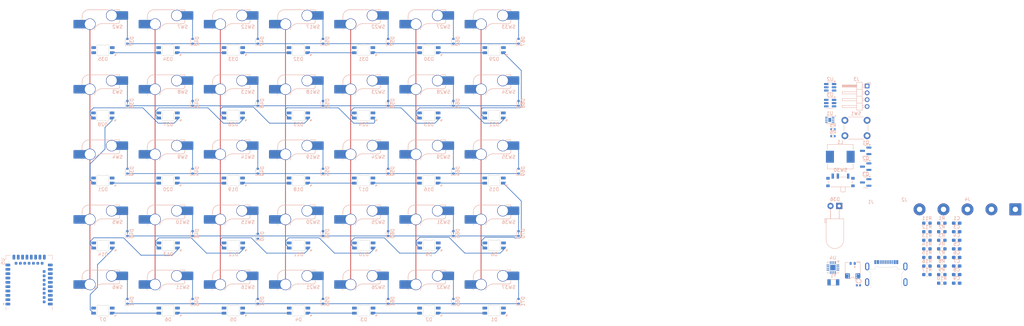
<source format=kicad_pcb>
(kicad_pcb (version 20240108) (generator "pcbnew") (generator_version "8.0")
  (layers (0 "F.Cu" signal) (31 "B.Cu" signal) (34 "B.Paste" user) (35 "F.Paste" user) (36 "B.SilkS" user "B.Silkscreen") (37 "F.SilkS" user "F.Silkscreen") (38 "B.Mask" user) (39 "F.Mask" user) (44 "Edge.Cuts" user))
  (net 0 "")
  (net 1 "GND")
  (net 2 "+3.3V")
  (net 3 "+VSW")
  (net 4 "+5V")
  (net 5 "+BATT")
  (net 6 "row0")
  (net 7 "row1")
  (net 8 "PWR_CUT")
  (net 9 "LED_SERIAL")
  (net 10 "row2")
  (net 11 "row3")
  (net 12 "row4")
  (net 13 "RST")
  (net 14 "D-")
  (net 15 "D+")
  (net 16 "COUPLING_SENS")
  (net 17 "Net-(Q1-G)")
  (net 18 "SYSOFF")
  (net 19 "Net-(Q2-G)")
  (net 20 "SDA")
  (net 21 "SCL")
  (net 22 "EN_LED")
  (net 23 "col2")
  (net 24 "col0")
  (net 25 "col1")
  (net 26 "col3")
  (net 27 "col4")
  (net 28 "col5")
  (net 29 "col6")
  (net 30 "ALERT")
  (net 31 "Net-(U2-VDD)")
  (net 32 "Net-(U5-P0.00{slash}XL1)")
  (net 33 "Net-(U5-P0.01{slash}XL2)")
  (net 34 "Net-(D36-K)")
  (net 36 "Net-(J4-Pin_2)")
  (net 37 "Net-(J4-Pin_3)")
  (net 38 "Net-(U5-DCCH)")
  (net 39 "Net-(U2-CSI)")
  (net 45 "Net-(J2-Pin_2)")
  (net 46 "Net-(D1-DOUT)")
  (net 47 "Net-(D2-DOUT)")
  (net 48 "Net-(D3-DOUT)")
  (net 49 "Net-(D4-DOUT)")
  (net 50 "Net-(D5-DOUT)")
  (net 51 "Net-(D6-DOUT)")
  (net 52 "Net-(D14-DIN)")
  (net 53 "Net-(D8-DIN)")
  (net 54 "Net-(D15-DIN)")
  (net 55 "Net-(D10-DOUT)")
  (net 56 "Net-(D10-DIN)")
  (net 57 "Net-(D11-DIN)")
  (net 58 "Net-(D12-DIN)")
  (net 59 "Net-(D13-DIN)")
  (net 60 "Net-(D15-DOUT)")
  (net 61 "Net-(D16-DOUT)")
  (net 62 "Net-(D17-DOUT)")
  (net 63 "Net-(D18-DOUT)")
  (net 64 "Net-(D19-DOUT)")
  (net 65 "Net-(D20-DOUT)")
  (net 66 "Net-(D21-DOUT)")
  (net 67 "Net-(D22-DIN)")
  (net 68 "Net-(D22-DOUT)")
  (net 69 "Net-(D23-DIN)")
  (net 70 "Net-(D24-DIN)")
  (net 71 "Net-(D25-DIN)")
  (net 72 "Net-(D26-DIN)")
  (net 73 "Net-(D27-DIN)")
  (net 74 "Net-(D29-DOUT)")
  (net 75 "Net-(D30-DOUT)")
  (net 76 "Net-(D31-DOUT)")
  (net 77 "Net-(D32-DOUT)")
  (net 78 "Net-(D33-DOUT)")
  (net 79 "Net-(D34-DOUT)")
  (net 81 "Net-(D37-A)")
  (net 82 "Net-(D38-A)")
  (net 83 "Net-(D39-A)")
  (net 84 "Net-(D40-A)")
  (net 85 "Net-(D41-A)")
  (net 86 "Net-(D42-A)")
  (net 87 "Net-(D43-A)")
  (net 88 "Net-(D44-A)")
  (net 89 "Net-(D45-A)")
  (net 90 "Net-(D46-A)")
  (net 91 "Net-(D47-A)")
  (net 92 "Net-(D48-A)")
  (net 93 "Net-(D49-A)")
  (net 94 "Net-(D50-A)")
  (net 95 "Net-(D51-A)")
  (net 96 "Net-(D52-A)")
  (net 97 "Net-(D53-A)")
  (net 98 "Net-(D54-A)")
  (net 99 "Net-(D55-A)")
  (net 100 "Net-(D56-A)")
  (net 101 "Net-(D57-A)")
  (net 102 "Net-(D58-A)")
  (net 103 "Net-(D59-A)")
  (net 104 "Net-(D60-A)")
  (net 105 "Net-(D61-A)")
  (net 106 "Net-(D62-A)")
  (net 107 "Net-(D63-A)")
  (net 108 "Net-(D64-A)")
  (net 109 "Net-(D65-A)")
  (net 110 "Net-(D66-A)")
  (net 111 "Net-(D67-A)")
  (net 112 "Net-(D68-A)")
  (net 113 "Net-(D69-A)")
  (net 114 "Net-(D70-A)")
  (net 115 "Net-(D71-A)")
  (net 116 "Net-(J1-CC1)")
  (net 117 "Net-(J1-CC2)")
  (net 120 "Net-(Q3-G)")
  (net 121 "Net-(U4-~{CHG})")
  (net 122 "Net-(U4-TS)")
  (net 123 "Net-(U4-TMR)")
  (net 124 "Net-(U4-ILIM)")
  (net 125 "Net-(U4-ISET)")
  (net 126 "Net-(SW30-A)")
  (net 127 "Net-(U2-OD)")
  (net 128 "Net-(U2-OC)")
  (footprint "Resistor_SMD:R_0603_1608Metric_Pad0.98x0.95mm_HandSolder" (layer "B.Cu") (at 354.647382 112.4375 180)
    (property "Reference" "R4")
    (property "Value" "5.1k")
  )
  (footprint "Capacitor_SMD:C_0603_1608Metric_Pad1.08x0.95mm_HandSolder" (layer "B.Cu") (at 358.997382 114.9475 180)
    (property "Reference" "C6")
    (property "Value" "4.7uF")
  )
  (footprint "Package_TO_SOT_SMD:SOT-23" (layer "B.Cu") (at 332.407382 93.0025 180)
    (property "Reference" "Q3")
    (property "Value" "2N7002")
  )
  (footprint "Package_DFN_QFN:VQFN-16-1EP_3x3mm_P0.5mm_EP1.6x1.6mm" (layer "B.Cu") (at 322.827382 117.9075 180)
    (property "Reference" "U4")
    (property "Value" "BQ24075RGT")
  )
  (footprint "Diode_SMD:D_SOD-523" (layer "B.Cu") (at 135.73125 69.85 90)
    (property "Reference" "D43")
    (property "Value" "1N4148WT")
  )
  (footprint "PCM_marbastlib-mx:SW_MX_HS_CPG151101S11_1u" (layer "B.Cu") (at 185.7375 106.3625 180)
    (property "Reference" "SW25")
    (property "Value" "MX_SW_HS")
  )
  (footprint "PCM_marbastlib-mx:LED_MX_6028R" (layer "B.Cu") (at 109.5375 54.290001 180)
    (property "Reference" "D35")
    (property "Value" "WS2812B")
    (fp_line (start 1.699999 0.702843) (end 1.699999 -0.702841) (stroke (width 0.1)) (layer "Edge.Cuts"))
    (fp_line (start 0.794452 -1.499999) (end -0.794452 -1.499999) (stroke (width 0.1)) (layer "Edge.Cuts"))
    (fp_line (start -0.794453 1.5) (end 0.794452 1.5) (stroke (width 0.1)) (layer "Edge.Cuts"))
    (fp_line (start -1.699999 -0.702841) (end -1.699999 0.702843) (stroke (width 0.1)) (layer "Edge.Cuts"))
    (fp_arc (start 1.749484 0.919721) (mid 1.712539 0.814068) (end 1.699999 0.702843) (stroke (width 0.1)) (layer "Edge.Cuts"))
    (fp_arc (start 1.749484 0.919721) (mid 1.638072 1.504036) (end 1.046711 1.5683) (stroke (width 0.1)) (layer "Edge.Cuts"))
    (fp_arc (start 1.699999 -0.702842) (mid 1.712536 -0.814065) (end 1.749484 -0.919719) (stroke (width 0.1)) (layer "Edge.Cuts"))
    (fp_arc (start 1.046711 -1.568296) (mid 1.638069 -1.504034) (end 1.749484 -0.919719) (stroke (width 0.1)) (layer "Edge.Cuts"))
    (fp_arc (start 1.04671 -1.568298) (mid 0.925122 -1.517376) (end 0.794452 -1.499999) (stroke (width 0.1)) (layer "Edge.Cuts"))
    (fp_arc (start 0.794453 1.500001) (mid 0.925123 1.517378) (end 1.046711 1.5683) (stroke (width 0.1)) (layer "Edge.Cuts"))
    (fp_arc (start -0.794452 -1.499999) (mid -0.925123 -1.517376) (end -1.046711 -1.568298) (stroke (width 0.1)) (layer "Edge.Cuts"))
    (fp_arc (start -1.046711 1.568299) (mid -0.925123 1.517377) (end -0.794453 1.5) (stroke (width 0.1)) (layer "Edge.Cuts"))
    (fp_arc (start -1.046711 1.568299) (mid -1.638071 1.504035) (end -1.749484 0.919721) (stroke (width 0.1)) (layer "Edge.Cuts"))
    (fp_arc (start -1.699999 0.702844) (mid -1.712527 0.814069) (end -1.749484 0.919721) (stroke (width 0.1)) (layer "Edge.Cuts"))
    (fp_arc (start -1.749484 -0.919718) (mid -1.638072 -1.504034) (end -1.046711 -1.568298) (stroke (width 0.1)) (layer "Edge.Cuts"))
    (fp_arc (start -1.749484 -0.919719) (mid -1.712527 -0.814067) (end -1.699999 -0.702841) (stroke (width 0.1)) (layer "Edge.Cuts"))
  )
  (footprint "Diode_SMD:D_SOD-523" (layer "B.Cu") (at 135.73125 89.69375 90)
    (property "Reference" "D44")
    (property "Value" "1N4148WT")
  )
  (footprint "PCM_marbastlib-mx:SW_MX_HS_CPG151101S11_1u" (layer "B.Cu") (at 147.6375 87.3125 180)
    (property "Reference" "SW14")
    (property "Value" "MX_SW_HS")
  )
  (footprint "Diode_SMD:D_SOD-523" (layer "B.Cu") (at 192.88125 69.85 90)
    (property "Reference" "D58")
    (property "Value" "1N4148WT")
  )
  (footprint "PCM_marbastlib-mx:LED_MX_6028R" (layer "B.Cu") (at 128.56 73.41 180)
    (property "Reference" "D27")
    (property "Value" "WS2812B")
    (fp_line (start 1.699999 0.702843) (end 1.699999 -0.702841) (stroke (width 0.1)) (layer "Edge.Cuts"))
    (fp_line (start 0.794452 -1.499999) (end -0.794452 -1.499999) (stroke (width 0.1)) (layer "Edge.Cuts"))
    (fp_line (start -0.794453 1.5) (end 0.794452 1.5) (stroke (width 0.1)) (layer "Edge.Cuts"))
    (fp_line (start -1.699999 -0.702841) (end -1.699999 0.702843) (stroke (width 0.1)) (layer "Edge.Cuts"))
    (fp_arc (start 1.749484 0.919721) (mid 1.712539 0.814068) (end 1.699999 0.702843) (stroke (width 0.1)) (layer "Edge.Cuts"))
    (fp_arc (start 1.749484 0.919721) (mid 1.638072 1.504036) (end 1.046711 1.5683) (stroke (width 0.1)) (layer "Edge.Cuts"))
    (fp_arc (start 1.699999 -0.702842) (mid 1.712536 -0.814065) (end 1.749484 -0.919719) (stroke (width 0.1)) (layer "Edge.Cuts"))
    (fp_arc (start 1.046711 -1.568296) (mid 1.638069 -1.504034) (end 1.749484 -0.919719) (stroke (width 0.1)) (layer "Edge.Cuts"))
    (fp_arc (start 1.04671 -1.568298) (mid 0.925122 -1.517376) (end 0.794452 -1.499999) (stroke (width 0.1)) (layer "Edge.Cuts"))
    (fp_arc (start 0.794453 1.500001) (mid 0.925123 1.517378) (end 1.046711 1.5683) (stroke (width 0.1)) (layer "Edge.Cuts"))
    (fp_arc (start -0.794452 -1.499999) (mid -0.925123 -1.517376) (end -1.046711 -1.568298) (stroke (width 0.1)) (layer "Edge.Cuts"))
    (fp_arc (start -1.046711 1.568299) (mid -0.925123 1.517377) (end -0.794453 1.5) (stroke (width 0.1)) (layer "Edge.Cuts"))
    (fp_arc (start -1.046711 1.568299) (mid -1.638071 1.504035) (end -1.749484 0.919721) (stroke (width 0.1)) (layer "Edge.Cuts"))
    (fp_arc (start -1.699999 0.702844) (mid -1.712527 0.814069) (end -1.749484 0.919721) (stroke (width 0.1)) (layer "Edge.Cuts"))
    (fp_arc (start -1.749484 -0.919718) (mid -1.638072 -1.504034) (end -1.046711 -1.568298) (stroke (width 0.1)) (layer "Edge.Cuts"))
    (fp_arc (start -1.749484 -0.919719) (mid -1.712527 -0.814067) (end -1.699999 -0.702841) (stroke (width 0.1)) (layer "Edge.Cuts"))
  )
  (footprint "Resistor_SMD:R_0603_1608Metric_Pad0.98x0.95mm_HandSolder" (layer "B.Cu") (at 354.647382 114.9475 180)
    (property "Reference" "R7")
    (property "Value" "1.5k")
  )
  (footprint "Diode_SMD:D_SOD-523" (layer "B.Cu") (at 192.88125 127.79375 90)
    (property "Reference" "D61")
    (property "Value" "1N4148WT")
  )
  (footprint "Diode_SMD:D_SOD-523" (layer "B.Cu") (at 154.78125 127.79375 90)
    (property "Reference" "D51")
    (property "Value" "1N4148WT")
  )
  (footprint "PCM_marbastlib-mx:LED_MX_6028R" (layer "B.Cu") (at 147.6375 54.290001 180)
    (property "Reference" "D33")
    (property "Value" "WS2812B")
    (fp_line (start 1.699999 0.702843) (end 1.699999 -0.702841) (stroke (width 0.1)) (layer "Edge.Cuts"))
    (fp_line (start 0.794452 -1.499999) (end -0.794452 -1.499999) (stroke (width 0.1)) (layer "Edge.Cuts"))
    (fp_line (start -0.794453 1.5) (end 0.794452 1.5) (stroke (width 0.1)) (layer "Edge.Cuts"))
    (fp_line (start -1.699999 -0.702841) (end -1.699999 0.702843) (stroke (width 0.1)) (layer "Edge.Cuts"))
    (fp_arc (start 1.749484 0.919721) (mid 1.712539 0.814068) (end 1.699999 0.702843) (stroke (width 0.1)) (layer "Edge.Cuts"))
    (fp_arc (start 1.749484 0.919721) (mid 1.638072 1.504036) (end 1.046711 1.5683) (stroke (width 0.1)) (layer "Edge.Cuts"))
    (fp_arc (start 1.699999 -0.702842) (mid 1.712536 -0.814065) (end 1.749484 -0.919719) (stroke (width 0.1)) (layer "Edge.Cuts"))
    (fp_arc (start 1.046711 -1.568296) (mid 1.638069 -1.504034) (end 1.749484 -0.919719) (stroke (width 0.1)) (layer "Edge.Cuts"))
    (fp_arc (start 1.04671 -1.568298) (mid 0.925122 -1.517376) (end 0.794452 -1.499999) (stroke (width 0.1)) (layer "Edge.Cuts"))
    (fp_arc (start 0.794453 1.500001) (mid 0.925123 1.517378) (end 1.046711 1.5683) (stroke (width 0.1)) (layer "Edge.Cuts"))
    (fp_arc (start -0.794452 -1.499999) (mid -0.925123 -1.517376) (end -1.046711 -1.568298) (stroke (width 0.1)) (layer "Edge.Cuts"))
    (fp_arc (start -1.046711 1.568299) (mid -0.925123 1.517377) (end -0.794453 1.5) (stroke (width 0.1)) (layer "Edge.Cuts"))
    (fp_arc (start -1.046711 1.568299) (mid -1.638071 1.504035) (end -1.749484 0.919721) (stroke (width 0.1)) (layer "Edge.Cuts"))
    (fp_arc (start -1.699999 0.702844) (mid -1.712527 0.814069) (end -1.749484 0.919721) (stroke (width 0.1)) (layer "Edge.Cuts"))
    (fp_arc (start -1.749484 -0.919718) (mid -1.638072 -1.504034) (end -1.046711 -1.568298) (stroke (width 0.1)) (layer "Edge.Cuts"))
    (fp_arc (start -1.749484 -0.919719) (mid -1.712527 -0.814067) (end -1.699999 -0.702841) (stroke (width 0.1)) (layer "Edge.Cuts"))
  )
  (footprint "PCM_marbastlib-mx:SW_MX_HS_CPG151101S11_1u" (layer "B.Cu") (at 166.6875 125.4125 180)
    (property "Reference" "SW21")
    (property "Value" "MX_SW_HS")
  )
  (footprint "Diode_SMD:D_SOD-523" (layer "B.Cu") (at 154.78125 89.69375 90)
    (property "Reference" "D49")
    (property "Value" "1N4148WT")
  )
  (footprint "PCM_marbastlib-mx:SW_MX_HS_CPG151101S11_1u" (layer "B.Cu") (at 166.6875 68.2625 180)
    (property "Reference" "SW18")
    (property "Value" "MX_SW_HS")
  )
  (footprint "PCM_marbastlib-mx:LED_MX_6028R" (layer "B.Cu") (at 223.85 111.45 180)
    (property "Reference" "D8")
    (property "Value" "WS2812B")
    (fp_line (start 1.699999 0.702843) (end 1.699999 -0.702841) (stroke (width 0.1)) (layer "Edge.Cuts"))
    (fp_line (start 0.794452 -1.499999) (end -0.794452 -1.499999) (stroke (width 0.1)) (layer "Edge.Cuts"))
    (fp_line (start -0.794453 1.5) (end 0.794452 1.5) (stroke (width 0.1)) (layer "Edge.Cuts"))
    (fp_line (start -1.699999 -0.702841) (end -1.699999 0.702843) (stroke (width 0.1)) (layer "Edge.Cuts"))
    (fp_arc (start 1.749484 0.919721) (mid 1.712539 0.814068) (end 1.699999 0.702843) (stroke (width 0.1)) (layer "Edge.Cuts"))
    (fp_arc (start 1.749484 0.919721) (mid 1.638072 1.504036) (end 1.046711 1.5683) (stroke (width 0.1)) (layer "Edge.Cuts"))
    (fp_arc (start 1.699999 -0.702842) (mid 1.712536 -0.814065) (end 1.749484 -0.919719) (stroke (width 0.1)) (layer "Edge.Cuts"))
    (fp_arc (start 1.046711 -1.568296) (mid 1.638069 -1.504034) (end 1.749484 -0.919719) (stroke (width 0.1)) (layer "Edge.Cuts"))
    (fp_arc (start 1.04671 -1.568298) (mid 0.925122 -1.517376) (end 0.794452 -1.499999) (stroke (width 0.1)) (layer "Edge.Cuts"))
    (fp_arc (start 0.794453 1.500001) (mid 0.925123 1.517378) (end 1.046711 1.5683) (stroke (width 0.1)) (layer "Edge.Cuts"))
    (fp_arc (start -0.794452 -1.499999) (mid -0.925123 -1.517376) (end -1.046711 -1.568298) (stroke (width 0.1)) (layer "Edge.Cuts"))
    (fp_arc (start -1.046711 1.568299) (mid -0.925123 1.517377) (end -0.794453 1.5) (stroke (width 0.1)) (layer "Edge.Cuts"))
    (fp_arc (start -1.046711 1.568299) (mid -1.638071 1.504035) (end -1.749484 0.919721) (stroke (width 0.1)) (layer "Edge.Cuts"))
    (fp_arc (start -1.699999 0.702844) (mid -1.712527 0.814069) (end -1.749484 0.919721) (stroke (width 0.1)) (layer "Edge.Cuts"))
    (fp_arc (start -1.749484 -0.919718) (mid -1.638072 -1.504034) (end -1.046711 -1.568298) (stroke (width 0.1)) (layer "Edge.Cuts"))
    (fp_arc (start -1.749484 -0.919719) (mid -1.712527 -0.814067) (end -1.699999 -0.702841) (stroke (width 0.1)) (layer "Edge.Cuts"))
  )
  (footprint "PCM_marbastlib-mx:SW_MX_HS_CPG151101S11_1u" (layer "B.Cu") (at 223.8375 87.3125 180)
    (property "Reference" "SW35")
    (property "Value" "MX_SW_HS")
  )
  (footprint "Capacitor_SMD:C_0603_1608Metric_Pad1.08x0.95mm_HandSolder" (layer "B.Cu") (at 358.997382 119.9675 180)
    (property "Reference" "C8")
    (property "Value" "12pF")
  )
  (footprint "LED_THT:LED_D5.0mm_Horizontal_O3.81mm_Z9.0mm" (layer "B.Cu") (at 324.677382 99.8775 180)
    (property "Reference" "D36")
    (property "Value" "LED")
  )
  (footprint "Resistor_SMD:R_0603_1608Metric_Pad0.98x0.95mm_HandSolder" (layer "B.Cu") (at 354.647382 107.4175 180)
    (property "Reference" "R2")
    (property "Value" "5.1k")
  )
  (footprint "PCM_marbastlib-mx:LED_MX_6028R" (layer "B.Cu") (at 185.6825 54.290001 180)
    (property "Reference" "D31")
    (property "Value" "WS2812B")
    (fp_line (start 1.699999 0.702843) (end 1.699999 -0.702841) (stroke (width 0.1)) (layer "Edge.Cuts"))
    (fp_line (start 0.794452 -1.499999) (end -0.794452 -1.499999) (stroke (width 0.1)) (layer "Edge.Cuts"))
    (fp_line (start -0.794453 1.5) (end 0.794452 1.5) (stroke (width 0.1)) (layer "Edge.Cuts"))
    (fp_line (start -1.699999 -0.702841) (end -1.699999 0.702843) (stroke (width 0.1)) (layer "Edge.Cuts"))
    (fp_arc (start 1.749484 0.919721) (mid 1.712539 0.814068) (end 1.699999 0.702843) (stroke (width 0.1)) (layer "Edge.Cuts"))
    (fp_arc (start 1.749484 0.919721) (mid 1.638072 1.504036) (end 1.046711 1.5683) (stroke (width 0.1)) (layer "Edge.Cuts"))
    (fp_arc (start 1.699999 -0.702842) (mid 1.712536 -0.814065) (end 1.749484 -0.919719) (stroke (width 0.1)) (layer "Edge.Cuts"))
    (fp_arc (start 1.046711 -1.568296) (mid 1.638069 -1.504034) (end 1.749484 -0.919719) (stroke (width 0.1)) (layer "Edge.Cuts"))
    (fp_arc (start 1.04671 -1.568298) (mid 0.925122 -1.517376) (end 0.794452 -1.499999) (stroke (width 0.1)) (layer "Edge.Cuts"))
    (fp_arc (start 0.794453 1.500001) (mid 0.925123 1.517378) (end 1.046711 1.5683) (stroke (width 0.1)) (layer "Edge.Cuts"))
    (fp_arc (start -0.794452 -1.499999) (mid -0.925123 -1.517376) (end -1.046711 -1.568298) (stroke (width 0.1)) (layer "Edge.Cuts"))
    (fp_arc (start -1.046711 1.568299) (mid -0.925123 1.517377) (end -0.794453 1.5) (stroke (width 0.1)) (layer "Edge.Cuts"))
    (fp_arc (start -1.046711 1.568299) (mid -1.638071 1.504035) (end -1.749484 0.919721) (stroke (width 0.1)) (layer "Edge.Cuts"))
    (fp_arc (start -1.699999 0.702844) (mid -1.712527 0.814069) (end -1.749484 0.919721) (stroke (width 0.1)) (layer "Edge.Cuts"))
    (fp_arc (start -1.749484 -0.919718) (mid -1.638072 -1.504034) (end -1.046711 -1.568298) (stroke (width 0.1)) (layer "Edge.Cuts"))
    (fp_arc (start -1.749484 -0.919719) (mid -1.712527 -0.814067) (end -1.699999 -0.702841) (stroke (width 0.1)) (layer "Edge.Cuts"))
  )
  (footprint "Diode_SMD:D_SOD-523" (layer "B.Cu") (at 173.83125 51.6875 90)
    (property "Reference" "D52")
    (property "Value" "1N4148WT")
  )
  (footprint "Diode_SMD:D_SOD-523" (layer "B.Cu") (at 154.78125 108.74375 90)
    (property "Reference" "D50")
    (property "Value" "1N4148WT")
  )
  (footprint "PCM_marbastlib-mx:LED_MX_6028R" (layer "B.Cu") (at 223.81 73.41 180)
    (property "Reference" "D22")
    (property "Value" "WS2812B")
    (fp_line (start 1.699999 0.702843) (end 1.699999 -0.702841) (stroke (width 0.1)) (layer "Edge.Cuts"))
    (fp_line (start 0.794452 -1.499999) (end -0.794452 -1.499999) (stroke (width 0.1)) (layer "Edge.Cuts"))
    (fp_line (start -0.794453 1.5) (end 0.794452 1.5) (stroke (width 0.1)) (layer "Edge.Cuts"))
    (fp_line (start -1.699999 -0.702841) (end -1.699999 0.702843) (stroke (width 0.1)) (layer "Edge.Cuts"))
    (fp_arc (start 1.749484 0.919721) (mid 1.712539 0.814068) (end 1.699999 0.702843) (stroke (width 0.1)) (layer "Edge.Cuts"))
    (fp_arc (start 1.749484 0.919721) (mid 1.638072 1.504036) (end 1.046711 1.5683) (stroke (width 0.1)) (layer "Edge.Cuts"))
    (fp_arc (start 1.699999 -0.702842) (mid 1.712536 -0.814065) (end 1.749484 -0.919719) (stroke (width 0.1)) (layer "Edge.Cuts"))
    (fp_arc (start 1.046711 -1.568296) (mid 1.638069 -1.504034) (end 1.749484 -0.919719) (stroke (width 0.1)) (layer "Edge.Cuts"))
    (fp_arc (start 1.04671 -1.568298) (mid 0.925122 -1.517376) (end 0.794452 -1.499999) (stroke (width 0.1)) (layer "Edge.Cuts"))
    (fp_arc (start 0.794453 1.500001) (mid 0.925123 1.517378) (end 1.046711 1.5683) (stroke (width 0.1)) (layer "Edge.Cuts"))
    (fp_arc (start -0.794452 -1.499999) (mid -0.925123 -1.517376) (end -1.046711 -1.568298) (stroke (width 0.1)) (layer "Edge.Cuts"))
    (fp_arc (start -1.046711 1.568299) (mid -0.925123 1.517377) (end -0.794453 1.5) (stroke (width 0.1)) (layer "Edge.Cuts"))
    (fp_arc (start -1.046711 1.568299) (mid -1.638071 1.504035) (end -1.749484 0.919721) (stroke (width 0.1)) (layer "Edge.Cuts"))
    (fp_arc (start -1.699999 0.702844) (mid -1.712527 0.814069) (end -1.749484 0.919721) (stroke (width 0.1)) (layer "Edge.Cuts"))
    (fp_arc (start -1.749484 -0.919718) (mid -1.638072 -1.504034) (end -1.046711 -1.568298) (stroke (width 0.1)) (layer "Edge.Cuts"))
    (fp_arc (start -1.749484 -0.919719) (mid -1.712527 -0.814067) (end -1.699999 -0.702841) (stroke (width 0.1)) (layer "Edge.Cuts"))
  )
  (footprint "PCM_marbastlib-mx:SW_MX_HS_CPG151101S11_1u" (layer "B.Cu") (at 185.7375 125.4125 180)
    (property "Reference" "SW26")
    (property "Value" "MX_SW_HS")
  )
  (footprint "Package_TO_SOT_SMD:SOT-23" (layer "B.Cu") (at 332.407382 88.3775 180)
    (property "Reference" "Q2")
    (property "Value" "2N7002")
  )
  (footprint "PCM_marbastlib-mx:LED_MX_6028R" (layer "B.Cu") (at 147.65 111.45 180)
    (property "Reference" "D12")
    (property "Value" "WS2812B")
    (fp_line (start 1.699999 0.702843) (end 1.699999 -0.702841) (stroke (width 0.1)) (layer "Edge.Cuts"))
    (fp_line (start 0.794452 -1.499999) (end -0.794452 -1.499999) (stroke (width 0.1)) (layer "Edge.Cuts"))
    (fp_line (start -0.794453 1.5) (end 0.794452 1.5) (stroke (width 0.1)) (layer "Edge.Cuts"))
    (fp_line (start -1.699999 -0.702841) (end -1.699999 0.702843) (stroke (width 0.1)) (layer "Edge.Cuts"))
    (fp_arc (start 1.749484 0.919721) (mid 1.712539 0.814068) (end 1.699999 0.702843) (stroke (width 0.1)) (layer "Edge.Cuts"))
    (fp_arc (start 1.749484 0.919721) (mid 1.638072 1.504036) (end 1.046711 1.5683) (stroke (width 0.1)) (layer "Edge.Cuts"))
    (fp_arc (start 1.699999 -0.702842) (mid 1.712536 -0.814065) (end 1.749484 -0.919719) (stroke (width 0.1)) (layer "Edge.Cuts"))
    (fp_arc (start 1.046711 -1.568296) (mid 1.638069 -1.504034) (end 1.749484 -0.919719) (stroke (width 0.1)) (layer "Edge.Cuts"))
    (fp_arc (start 1.04671 -1.568298) (mid 0.925122 -1.517376) (end 0.794452 -1.499999) (stroke (width 0.1)) (layer "Edge.Cuts"))
    (fp_arc (start 0.794453 1.500001) (mid 0.925123 1.517378) (end 1.046711 1.5683) (stroke (width 0.1)) (layer "Edge.Cuts"))
    (fp_arc (start -0.794452 -1.499999) (mid -0.925123 -1.517376) (end -1.046711 -1.568298) (stroke (width 0.1)) (layer "Edge.Cuts"))
    (fp_arc (start -1.046711 1.568299) (mid -0.925123 1.517377) (end -0.794453 1.5) (stroke (width 0.1)) (layer "Edge.Cuts"))
    (fp_arc (start -1.046711 1.568299) (mid -1.638071 1.504035) (end -1.749484 0.919721) (stroke (width 0.1)) (layer "Edge.Cuts"))
    (fp_arc (start -1.699999 0.702844) (mid -1.712527 0.814069) (end -1.749484 0.919721) (stroke (width 0.1)) (layer "Edge.Cuts"))
    (fp_arc (start -1.749484 -0.919718) (mid -1.638072 -1.504034) (end -1.046711 -1.568298) (stroke (width 0.1)) (layer "Edge.Cuts"))
    (fp_arc (start -1.749484 -0.919719) (mid -1.712527 -0.814067) (end -1.699999 -0.702841) (stroke (width 0.1)) (layer "Edge.Cuts"))
  )
  (footprint "Resistor_SMD:R_0603_1608Metric_Pad0.98x0.95mm_HandSolder" (layer "B.Cu") (at 350.297382 104.9075 180)
    (property "Reference" "R11")
    (property "Value" "450")
  )
  (footprint "PCM_marbastlib-various:nRF52840_E73-2G4M08S1C" (layer "B.Cu") (at 87.95625 123.5575)
    (property "Reference" "U5")
    (property "Value" "nRF52840_E73-2G4M08S1C" (hide yes))
  )
  (footprint "Diode_SMD:D_SOD-523" (layer "B.Cu") (at 211.93125 51.6875 90)
    (property "Reference" "D62")
    (property "Value" "1N4148WT")
  )
  (footprint "PCM_marbastlib-mx:SW_MX_HS_CPG151101S11_1u" (layer "B.Cu") (at 147.6375 68.2625 180)
    (property "Reference" "SW13")
    (property "Value" "MX_SW_HS")
  )
  (footprint "Resistor_SMD:R_0603_1608Metric_Pad0.98x0.95mm_HandSolder" (layer "B.Cu") (at 350.297382 119.9675 180)
    (property "Reference" "R17")
    (property "Value" "10k")
  )
  (footprint "PCM_marbastlib-mx:LED_MX_6028R" (layer "B.Cu") (at 185.7 92.45 180)
    (property "Reference" "D17")
    (property "Value" "WS2812B")
    (fp_line (start 1.699999 0.702843) (end 1.699999 -0.702841) (stroke (width 0.1)) (layer "Edge.Cuts"))
    (fp_line (start 0.794452 -1.499999) (end -0.794452 -1.499999) (stroke (width 0.1)) (layer "Edge.Cuts"))
    (fp_line (start -0.794453 1.5) (end 0.794452 1.5) (stroke (width 0.1)) (layer "Edge.Cuts"))
    (fp_line (start -1.699999 -0.702841) (end -1.699999 0.702843) (stroke (width 0.1)) (layer "Edge.Cuts"))
    (fp_arc (start 1.749484 0.919721) (mid 1.712539 0.814068) (end 1.699999 0.702843) (stroke (width 0.1)) (layer "Edge.Cuts"))
    (fp_arc (start 1.749484 0.919721) (mid 1.638072 1.504036) (end 1.046711 1.5683) (stroke (width 0.1)) (layer "Edge.Cuts"))
    (fp_arc (start 1.699999 -0.702842) (mid 1.712536 -0.814065) (end 1.749484 -0.919719) (stroke (width 0.1)) (layer "Edge.Cuts"))
    (fp_arc (start 1.046711 -1.568296) (mid 1.638069 -1.504034) (end 1.749484 -0.919719) (stroke (width 0.1)) (layer "Edge.Cuts"))
    (fp_arc (start 1.04671 -1.568298) (mid 0.925122 -1.517376) (end 0.794452 -1.499999) (stroke (width 0.1)) (layer "Edge.Cuts"))
    (fp_arc (start 0.794453 1.500001) (mid 0.925123 1.517378) (end 1.046711 1.5683) (stroke (width 0.1)) (layer "Edge.Cuts"))
    (fp_arc (start -0.794452 -1.499999) (mid -0.925123 -1.517376) (end -1.046711 -1.568298) (stroke (width 0.1)) (layer "Edge.Cuts"))
    (fp_arc (start -1.046711 1.568299) (mid -0.925123 1.517377) (end -0.794453 1.5) (stroke (width 0.1)) (layer "Edge.Cuts"))
    (fp_arc (start -1.046711 1.568299) (mid -1.638071 1.504035) (end -1.749484 0.919721) (stroke (width 0.1)) (layer "Edge.Cuts"))
    (fp_arc (start -1.699999 0.702844) (mid -1.712527 0.814069) (end -1.749484 0.919721) (stroke (width 0.1)) (layer "Edge.Cuts"))
    (fp_arc (start -1.749484 -0.919718) (mid -1.638072 -1.504034) (end -1.046711 -1.568298) (stroke (width 0.1)) (layer "Edge.Cuts"))
    (fp_arc (start -1.749484 -0.919719) (mid -1.712527 -0.814067) (end -1.699999 -0.702841) (stroke (width 0.1)) (layer "Edge.Cuts"))
  )
  (footprint "PCM_marbastlib-mx:SW_MX_HS_CPG151101S11_1u" (layer "B.Cu") (at 204.7875 106.3625 180)
    (property "Reference" "SW31")
    (property "Value" "MX_SW_HS")
  )
  (footprint "Resistor_SMD:R_0603_1608Metric_Pad0.98x0.95mm_HandSolder" (layer "B.Cu") (at 350.297382 109.9275 180)
    (property "Reference" "R13")
    (property "Value" "100")
  )
  (footprint "PCM_marbastlib-various:USB_C_Receptacle_HRO_TYPE-C-31-M-14" (layer "B.Cu") (at 338.427382 117.5025 180)
    (property "Reference" "J1")
    (property "Value" "USB_C_Receptacle_USB2.0_16P")
    (fp_line (start 4.545001 -0.905) (end 3.395 -0.905) (stroke (width 0.08)) (layer "Edge.Cuts"))
    (fp_line (start 4.545001 -6.435) (end 4.545001 -2.075821) (stroke (width 0.08)) (layer "Edge.Cuts"))
    (fp_line (start 3.195001 -0.705) (end 3.195001 -0.505) (stroke (width 0.08)) (layer "Edge.Cuts"))
    (fp_line (start 2.088783 -0.355) (end -0.004999 -0.355) (stroke (width 0.08)) (layer "Edge.Cuts"))
    (fp_line (start -2.098781 -0.355) (end -0.004999 -0.355) (stroke (width 0.08)) (layer "Edge.Cuts"))
    (fp_line (start -3.204999 -0.705) (end -3.204999 -0.505) (stroke (width 0.08)) (layer "Edge.Cuts"))
    (fp_line (start -4.554999 -0.905) (end -3.404998 -0.905) (stroke (width 0.08)) (layer "Edge.Cuts"))
    (fp_line (start -4.554999 -6.435) (end -4.554999 -2.075821) (stroke (width 0.08)) (layer "Edge.Cuts"))
    (fp_arc (start 4.687858 -1.884158) (mid 5.039763 -1.332815) (end 4.545001 -0.904999) (stroke (width 0.08)) (layer "Edge.Cuts"))
    (fp_arc (start 4.687858 -1.884158) (mid 4.584652 -1.9563) (end 4.545001 -2.075821) (stroke (width 0.08)) (layer "Edge.Cuts"))
    (fp_arc (start 3.195001 -0.505) (mid 2.82441 -0.022036) (end 2.261988 -0.255) (stroke (width 0.08)) (layer "Edge.Cuts"))
    (fp_arc (start 3.195001 -0.705) (mid 3.253579 -0.846421) (end 3.395 -0.904999) (stroke (width 0.08)) (layer "Edge.Cuts"))
    (fp_arc (start 2.088783 -0.355) (mid 2.188776 -0.328203) (end 2.261988 -0.255) (stroke (width 0.08)) (layer "Edge.Cuts"))
    (fp_arc (start -2.271986 -0.255) (mid -2.198781 -0.328205) (end -2.098781 -0.355) (stroke (width 0.08)) (layer "Edge.Cuts"))
    (fp_arc (start -2.271986 -0.255) (mid -2.834409 -0.022037) (end -3.204999 -0.505) (stroke (width 0.08)) (layer "Edge.Cuts"))
    (fp_arc (start -3.404998 -0.905) (mid -3.263577 -0.846421) (end -3.204998 -0.705) (stroke (width 0.08)) (layer "Edge.Cuts"))
    (fp_arc (start -4.554999 -0.905) (mid -5.04976 -1.332815) (end -4.697856 -1.884157) (stroke (width 0.08)) (layer "Edge.Cuts"))
    (fp_arc (start -4.554999 -2.075821) (mid -4.594642 -1.956298) (end -4.697856 -1.884158) (stroke (width 0.08)) (layer "Edge.Cuts"))
  )
  (footprint "Diode_SMD:D_SOD-523" (layer "B.Cu") (at 116.68125 127.79375 90)
    (property "Reference" "D41")
    (property "Value" "1N4148WT")
  )
  (footprint "PCM_marbastlib-mx:LED_MX_6028R" (layer "B.Cu") (at 166.66 73.41 180)
    (property "Reference" "D25")
    (property "Value" "WS2812B")
    (fp_line (start 1.699999 0.702843) (end 1.699999 -0.702841) (stroke (width 0.1)) (layer "Edge.Cuts"))
    (fp_line (start 0.794452 -1.499999) (end -0.794452 -1.499999) (stroke (width 0.1)) (layer "Edge.Cuts"))
    (fp_line (start -0.794453 1.5) (end 0.794452 1.5) (stroke (width 0.1)) (layer "Edge.Cuts"))
    (fp_line (start -1.699999 -0.702841) (end -1.699999 0.702843) (stroke (width 0.1)) (layer "Edge.Cuts"))
    (fp_arc (start 1.749484 0.919721) (mid 1.712539 0.814068) (end 1.699999 0.702843) (stroke (width 0.1)) (layer "Edge.Cuts"))
    (fp_arc (start 1.749484 0.919721) (mid 1.638072 1.504036) (end 1.046711 1.5683) (stroke (width 0.1)) (layer "Edge.Cuts"))
    (fp_arc (start 1.699999 -0.702842) (mid 1.712536 -0.814065) (end 1.749484 -0.919719) (stroke (width 0.1)) (layer "Edge.Cuts"))
    (fp_arc (start 1.046711 -1.568296) (mid 1.638069 -1.504034) (end 1.749484 -0.919719) (stroke (width 0.1)) (layer "Edge.Cuts"))
    (fp_arc (start 1.04671 -1.568298) (mid 0.925122 -1.517376) (end 0.794452 -1.499999) (stroke (width 0.1)) (layer "Edge.Cuts"))
    (fp_arc (start 0.794453 1.500001) (mid 0.925123 1.517378) (end 1.046711 1.5683) (stroke (width 0.1)) (layer "Edge.Cuts"))
    (fp_arc (start -0.794452 -1.499999) (mid -0.925123 -1.517376) (end -1.046711 -1.568298) (stroke (width 0.1)) (layer "Edge.Cuts"))
    (fp_arc (start -1.046711 1.568299) (mid -0.925123 1.517377) (end -0.794453 1.5) (stroke (width 0.1)) (layer "Edge.Cuts"))
    (fp_arc (start -1.046711 1.568299) (mid -1.638071 1.504035) (end -1.749484 0.919721) (stroke (width 0.1)) (layer "Edge.Cuts"))
    (fp_arc (start -1.699999 0.702844) (mid -1.712527 0.814069) (end -1.749484 0.919721) (stroke (width 0.1)) (layer "Edge.Cuts"))
    (fp_arc (start -1.749484 -0.919718) (mid -1.638072 -1.504034) (end -1.046711 -1.568298) (stroke (width 0.1)) (layer "Edge.Cuts"))
    (fp_arc (start -1.749484 -0.919719) (mid -1.712527 -0.814067) (end -1.699999 -0.702841) (stroke (width 0.1)) (layer "Edge.Cuts"))
  )
  (footprint "PCM_marbastlib-mx:LED_MX_6028R" (layer "B.Cu") (at 147.6375 130.510001 180)
    (property "Reference" "D5")
    (property "Value" "WS2812B")
    (fp_line (start 1.699999 0.702843) (end 1.699999 -0.702841) (stroke (width 0.1)) (layer "Edge.Cuts"))
    (fp_line (start 0.794452 -1.499999) (end -0.794452 -1.499999) (stroke (width 0.1)) (layer "Edge.Cuts"))
    (fp_line (start -0.794453 1.5) (end 0.794452 1.5) (stroke (width 0.1)) (layer "Edge.Cuts"))
    (fp_line (start -1.699999 -0.702841) (end -1.699999 0.702843) (stroke (width 0.1)) (layer "Edge.Cuts"))
    (fp_arc (start 1.749484 0.919721) (mid 1.712539 0.814068) (end 1.699999 0.702843) (stroke (width 0.1)) (layer "Edge.Cuts"))
    (fp_arc (start 1.749484 0.919721) (mid 1.638072 1.504036) (end 1.046711 1.5683) (stroke (width 0.1)) (layer "Edge.Cuts"))
    (fp_arc (start 1.699999 -0.702842) (mid 1.712536 -0.814065) (end 1.749484 -0.919719) (stroke (width 0.1)) (layer "Edge.Cuts"))
    (fp_arc (start 1.046711 -1.568296) (mid 1.638069 -1.504034) (end 1.749484 -0.919719) (stroke (width 0.1)) (layer "Edge.Cuts"))
    (fp_arc (start 1.04671 -1.568298) (mid 0.925122 -1.517376) (end 0.794452 -1.499999) (stroke (width 0.1)) (layer "Edge.Cuts"))
    (fp_arc (start 0.794453 1.500001) (mid 0.925123 1.517378) (end 1.046711 1.5683) (stroke (width 0.1)) (layer "Edge.Cuts"))
    (fp_arc (start -0.794452 -1.499999) (mid -0.925123 -1.517376) (end -1.046711 -1.568298) (stroke (width 0.1)) (layer "Edge.Cuts"))
    (fp_arc (start -1.046711 1.568299) (mid -0.925123 1.517377) (end -0.794453 1.5) (stroke (width 0.1)) (layer "Edge.Cuts"))
    (fp_arc (start -1.046711 1.568299) (mid -1.638071 1.504035) (end -1.749484 0.919721) (stroke (width 0.1)) (layer "Edge.Cuts"))
    (fp_arc (start -1.699999 0.702844) (mid -1.712527 0.814069) (end -1.749484 0.919721) (stroke (width 0.1)) (layer "Edge.Cuts"))
    (fp_arc (start -1.749484 -0.919718) (mid -1.638072 -1.504034) (end -1.046711 -1.568298) (stroke (width 0.1)) (layer "Edge.Cuts"))
    (fp_arc (start -1.749484 -0.919719) (mid -1.712527 -0.814067) (end -1.699999 -0.702841) (stroke (width 0.1)) (layer "Edge.Cuts"))
  )
  (footprint "Diode_SMD:D_SOD-523" (layer "B.Cu") (at 211.93125 69.85 90)
    (property "Reference" "D63")
    (property "Value" "1N4148WT")
  )
  (footprint "PCM_marbastlib-mx:LED_MX_6028R" (layer "B.Cu") (at 147.6 92.45 180)
    (property "Reference" "D19")
    (property "Value" "WS2812B")
    (fp_line (start 1.699999 0.702843) (end 1.699999 -0.702841) (stroke (width 0.1)) (layer "Edge.Cuts"))
    (fp_line (start 0.794452 -1.499999) (end -0.794452 -1.499999) (stroke (width 0.1)) (layer "Edge.Cuts"))
    (fp_line (start -0.794453 1.5) (end 0.794452 1.5) (stroke (width 0.1)) (layer "Edge.Cuts"))
    (fp_line (start -1.699999 -0.702841) (end -1.699999 0.702843) (stroke (width 0.1)) (layer "Edge.Cuts"))
    (fp_arc (start 1.749484 0.919721) (mid 1.712539 0.814068) (end 1.699999 0.702843) (stroke (width 0.1)) (layer "Edge.Cuts"))
    (fp_arc (start 1.749484 0.919721) (mid 1.638072 1.504036) (end 1.046711 1.5683) (stroke (width 0.1)) (layer "Edge.Cuts"))
    (fp_arc (start 1.699999 -0.702842) (mid 1.712536 -0.814065) (end 1.749484 -0.919719) (stroke (width 0.1)) (layer "Edge.Cuts"))
    (fp_arc (start 1.046711 -1.568296) (mid 1.638069 -1.504034) (end 1.749484 -0.919719) (stroke (width 0.1)) (layer "Edge.Cuts"))
    (fp_arc (start 1.04671 -1.568298) (mid 0.925122 -1.517376) (end 0.794452 -1.499999) (stroke (width 0.1)) (layer "Edge.Cuts"))
    (fp_arc (start 0.794453 1.500001) (mid 0.925123 1.517378) (end 1.046711 1.5683) (stroke (width 0.1)) (layer "Edge.Cuts"))
    (fp_arc (start -0.794452 -1.499999) (mid -0.925123 -1.517376) (end -1.046711 -1.568298) (stroke (width 0.1)) (layer "Edge.Cuts"))
    (fp_arc (start -1.046711 1.568299) (mid -0.925123 1.517377) (end -0.794453 1.5) (stroke (width 0.1)) (layer "Edge.Cuts"))
    (fp_arc (start -1.046711 1.568299) (mid -1.638071 1.504035) (end -1.749484 0.919721) (stroke (width 0.1)) (layer "Edge.Cuts"))
    (fp_arc (start -1.699999 0.702844) (mid -1.712527 0.814069) (end -1.749484 0.919721) (stroke (width 0.1)) (layer "Edge.Cuts"))
    (fp_arc (start -1.749484 -0.919718) (mid -1.638072 -1.504034) (end -1.046711 -1.568298) (stroke (width 0.1)) (layer "Edge.Cuts"))
    (fp_arc (start -1.749484 -0.919719) (mid -1.712527 -0.814067) (end -1.699999 -0.702841) (stroke (width 0.1)) (layer "Edge.Cuts"))
  )
  (footprint "Diode_SMD:D_SOD-523" (layer "B.Cu") (at 211.93125 127.79375 90)
    (property "Reference" "D66")
    (property "Value" "1N4148WT")
  )
  (footprint "PCM_marbastlib-mx:SW_MX_HS_CPG151101S11_1u" (layer "B.Cu") (at 109.5375 87.3125 180)
    (property "Reference" "SW4")
    (property "Value" "MX_SW_HS")
  )
  (footprint "Diode_SMD:D_SOD-523" (layer "B.Cu") (at 116.68125 69.85 90)
    (property "Reference" "D38")
    (property "Value" "1N4148WT")
  )
  (footprint "PCM_marbastlib-mx:SW_MX_HS_CPG151101S11_1u" (layer "B.Cu") (at 185.7375 49.2125 180)
    (property "Reference" "SW22")
    (property "Value" "MX_SW_HS")
  )
  (footprint "Diode_SMD:D_SOD-523" (layer "B.Cu") (at 230.98125 69.85 90)
    (property "Reference" "D68")
    (property "Value" "1N4148WT")
  )
  (footprint "Capacitor_SMD:C_0603_1608Metric_Pad1.08x0.95mm_HandSolder" (layer "B.Cu") (at 358.997382 107.4175 180)
    (property "Reference" "C3")
    (property "Value" "1uF")
  )
  (footprint "Capacitor_SMD:C_0603_1608Metric_Pad1.08x0.95mm_HandSolder" (layer "B.Cu") (at 358.997382 117.4575 180)
    (property "Reference" "C7")
    (property "Value" "4.7uF")
  )
  (footprint "Diode_SMD:D_SOD-523" (layer "B.Cu") (at 116.68125 89.69375 90)
    (property "Reference" "D39")
    (property "Value" "1N4148WT")
  )
  (footprint "PCM_marbastlib-mx:LED_MX_6028R" (layer "B.Cu") (at 166.7 111.45 180)
    (property "Reference" "D11")
    (property "Value" "WS2812B")
    (fp_line (start 1.699999 0.702843) (end 1.699999 -0.702841) (stroke (width 0.1)) (layer "Edge.Cuts"))
    (fp_line (start 0.794452 -1.499999) (end -0.794452 -1.499999) (stroke (width 0.1)) (layer "Edge.Cuts"))
    (fp_line (start -0.794453 1.5) (end 0.794452 1.5) (stroke (width 0.1)) (layer "Edge.Cuts"))
    (fp_line (start -1.699999 -0.702841) (end -1.699999 0.702843) (stroke (width 0.1)) (layer "Edge.Cuts"))
    (fp_arc (start 1.749484 0.919721) (mid 1.712539 0.814068) (end 1.699999 0.702843) (stroke (width 0.1)) (layer "Edge.Cuts"))
    (fp_arc (start 1.749484 0.919721) (mid 1.638072 1.504036) (end 1.046711 1.5683) (stroke (width 0.1)) (layer "Edge.Cuts"))
    (fp_arc (start 1.699999 -0.702842) (mid 1.712536 -0.814065) (end 1.749484 -0.919719) (stroke (width 0.1)) (layer "Edge.Cuts"))
    (fp_arc (start 1.046711 -1.568296) (mid 1.638069 -1.504034) (end 1.749484 -0.919719) (stroke (width 0.1)) (layer "Edge.Cuts"))
    (fp_arc (start 1.04671 -1.568298) (mid 0.925122 -1.517376) (end 0.794452 -1.499999) (stroke (width 0.1)) (layer "Edge.Cuts"))
    (fp_arc (start 0.794453 1.500001) (mid 0.925123 1.517378) (end 1.046711 1.5683) (stroke (width 0.1)) (layer "Edge.Cuts"))
    (fp_arc (start -0.794452 -1.499999) (mid -0.925123 -1.517376) (end -1.046711 -1.568298) (stroke (width 0.1)) (layer "Edge.Cuts"))
    (fp_arc (start -1.046711 1.568299) (mid -0.925123 1.517377) (end -0.794453 1.5) (stroke (width 0.1)) (layer "Edge.Cuts"))
    (fp_arc (start -1.046711 1.568299) (mid -1.638071 1.504035) (end -1.749484 0.919721) (stroke (width 0.1)) (layer "Edge.Cuts"))
    (fp_arc (start -1.699999 0.702844) (mid -1.712527 0.814069) (end -1.749484 0.919721) (stroke (width 0.1)) (layer "Edge.Cuts"))
    (fp_arc (start -1.749484 -0.919718) (mid -1.638072 -1.504034) (end -1.046711 -1.568298) (stroke (width 0.1)) (layer "Edge.Cuts"))
    (fp_arc (start -1.749484 -0.919719) (mid -1.712527 -0.814067) (end -1.699999 -0.702841) (stroke (width 0.1)) (layer "Edge.Cuts"))
  )
  (footprint "PCM_marbastlib-mx:SW_MX_HS_CPG151101S11_1u" (layer "B.Cu") (at 166.6875 87.3125 180)
    (property "Reference" "SW19")
    (property "Value" "MX_SW_HS")
  )
  (footprint "Diode_SMD:D_SOD-523" (layer "B.Cu") (at 173.83125 127.79375 90)
    (property "Reference" "D56")
    (property "Value" "1N4148WT")
  )
  (footprint "Diode_SMD:D_SOD-523" (layer "B.Cu") (at 192.88125 89.69375 90)
    (property "Reference" "D59")
    (property "Value" "1N4148WT")
  )
  (footprint "Resistor_SMD:R_0603_1608Metric_Pad0.98x0.95mm_HandSolder" (layer "B.Cu") (at 350.297382 117.4575 180)
    (property "Reference" "R16")
    (property "Value" "100")
  )
  (footprint "PCM_marbastlib-mx:LED_MX_6028R" (layer "B.Cu") (at 185.71 73.41 180)
    (property "Reference" "D24")
    (property "Value" "WS2812B")
    (fp_line (start 1.699999 0.702843) (end 1.699999 -0.702841) (stroke (width 0.1)) (layer "Edge.Cuts"))
    (fp_line (start 0.794452 -1.499999) (end -0.794452 -1.499999) (stroke (width 0.1)) (layer "Edge.Cuts"))
    (fp_line (start -0.794453 1.5) (end 0.794452 1.5) (stroke (width 0.1)) (layer "Edge.Cuts"))
    (fp_line (start -1.699999 -0.702841) (end -1.699999 0.702843) (stroke (width 0.1)) (layer "Edge.Cuts"))
    (fp_arc (start 1.749484 0.919721) (mid 1.712539 0.814068) (end 1.699999 0.702843) (stroke (width 0.1)) (layer "Edge.Cuts"))
    (fp_arc (start 1.749484 0.919721) (mid 1.638072 1.504036) (end 1.046711 1.5683) (stroke (width 0.1)) (layer "Edge.Cuts"))
    (fp_arc (start 1.699999 -0.702842) (mid 1.712536 -0.814065) (end 1.749484 -0.919719) (stroke (width 0.1)) (layer "Edge.Cuts"))
    (fp_arc (start 1.046711 -1.568296) (mid 1.638069 -1.504034) (end 1.749484 -0.919719) (stroke (width 0.1)) (layer "Edge.Cuts"))
    (fp_arc (start 1.04671 -1.568298) (mid 0.925122 -1.517376) (end 0.794452 -1.499999) (stroke (width 0.1)) (layer "Edge.Cuts"))
    (fp_arc (start 0.794453 1.500001) (mid 0.925123 1.517378) (end 1.046711 1.5683) (stroke (width 0.1)) (layer "Edge.Cuts"))
    (fp_arc (start -0.794452 -1.499999) (mid -0.925123 -1.517376) (end -1.046711 -1.568298) (stroke (width 0.1)) (layer "Edge.Cuts"))
    (fp_arc (start -1.046711 1.568299) (mid -0.925123 1.517377) (end -0.794453 1.5) (stroke (width 0.1)) (layer "Edge.Cuts"))
    (fp_arc (start -1.046711 1.568299) (mid -1.638071 1.504035) (end -1.749484 0.919721) (stroke (width 0.1)) (layer "Edge.Cuts"))
    (fp_arc (start -1.699999 0.702844) (mid -1.712527 0.814069) (end -1.749484 0.919721) (stroke (width 0.1)) (layer "Edge.Cuts"))
    (fp_arc (start -1.749484 -0.919718) (mid -1.638072 -1.504034) (end -1.046711 -1.568298) (stroke (width 0.1)) (layer "Edge.Cuts"))
    (fp_arc (start -1.749484 -0.919719) (mid -1.712527 -0.814067) (end -1.699999 -0.702841) (stroke (width 0.1)) (layer "Edge.Cuts"))
  )
  (footprint "PCM_marbastlib-mx:SW_MX_HS_CPG151101S11_1u" (layer "B.Cu") (at 147.6375 106.3625 180)
    (property "Reference" "SW15")
    (property "Value" "MX_SW_HS")
  )
  (footprint "PCM_marbastlib-mx:SW_MX_HS_CPG151101S11_1u" (layer "B.Cu") (at 128.5875 87.3125 180)
    (property "Reference" "SW9")
    (property "Value" "MX_SW_HS")
  )
  (footprint "PCM_marbastlib-mx:SW_MX_HS_CPG151101S11_1u" (layer "B.Cu") (at 166.6875 106.3625 180)
    (property "Reference" "SW20")
    (property "Value" "MX_SW_HS")
  )
  (footprint "Resistor_SMD:R_0603_1608Metric_Pad0.98x0.95mm_HandSolder" (layer "B.Cu") (at 354.647382 109.9275 180)
    (property "Reference" "R3")
    (property "Value" "5.1k")
  )
  (footprint "PCM_marbastlib-mx:SW_MX_HS_CPG151101S11_1u" (layer "B.Cu") (at 204.7875 125.4125 180)
    (property "Reference" "SW32")
    (property "Value" "MX_SW_HS")
  )
  (footprint "PCM_marbastlib-mx:LED_MX_6028R" (layer "B.Cu") (at 166.6325 54.290001 180)
    (property "Reference" "D32")
    (property "Value" "WS2812B")
    (fp_line (start 1.699999 0.702843) (end 1.699999 -0.702841) (stroke (width 0.1)) (layer "Edge.Cuts"))
    (fp_line (start 0.794452 -1.499999) (end -0.794452 -1.499999) (stroke (width 0.1)) (layer "Edge.Cuts"))
    (fp_line (start -0.794453 1.5) (end 0.794452 1.5) (stroke (width 0.1)) (layer "Edge.Cuts"))
    (fp_line (start -1.699999 -0.702841) (end -1.699999 0.702843) (stroke (width 0.1)) (layer "Edge.Cuts"))
    (fp_arc (start 1.749484 0.919721) (mid 1.712539 0.814068) (end 1.699999 0.702843) (stroke (width 0.1)) (layer "Edge.Cuts"))
    (fp_arc (start 1.749484 0.919721) (mid 1.638072 1.504036) (end 1.046711 1.5683) (stroke (width 0.1)) (layer "Edge.Cuts"))
    (fp_arc (start 1.699999 -0.702842) (mid 1.712536 -0.814065) (end 1.749484 -0.919719) (stroke (width 0.1)) (layer "Edge.Cuts"))
    (fp_arc (start 1.046711 -1.568296) (mid 1.638069 -1.504034) (end 1.749484 -0.919719) (stroke (width 0.1)) (layer "Edge.Cuts"))
    (fp_arc (start 1.04671 -1.568298) (mid 0.925122 -1.517376) (end 0.794452 -1.499999) (stroke (width 0.1)) (layer "Edge.Cuts"))
    (fp_arc (start 0.794453 1.500001) (mid 0.925123 1.517378) (end 1.046711 1.5683) (stroke (width 0.1)) (layer "Edge.Cuts"))
    (fp_arc (start -0.794452 -1.499999) (mid -0.925123 -1.517376) (end -1.046711 -1.568298) (stroke (width 0.1)) (layer "Edge.Cuts"))
    (fp_arc (start -1.046711 1.568299) (mid -0.925123 1.517377) (end -0.794453 1.5) (stroke (width 0.1)) (layer "Edge.Cuts"))
    (fp_arc (start -1.046711 1.568299) (mid -1.638071 1.504035) (end -1.749484 0.919721) (stroke (width 0.1)) (layer "Edge.Cuts"))
    (fp_arc (start -1.699999 0.702844) (mid -1.712527 0.814069) (end -1.749484 0.919721) (stroke (width 0.1)) (layer "Edge.Cuts"))
    (fp_arc (start -1.749484 -0.919718) (mid -1.638072 -1.504034) (end -1.046711 -1.568298) (stroke (width 0.1)) (layer "Edge.Cuts"))
    (fp_arc (start -1.749484 -0.919719) (mid -1.712527 -0.814067) (end -1.699999 -0.702841) (stroke (width 0.1)) (layer "Edge.Cuts"))
  )
  (footprint "Resistor_SMD:R_0603_1608Metric_Pad0.98x0.95mm_HandSolder" (layer "B.Cu") (at 350.297382 112.4375 180)
    (property "Reference" "R14")
    (property "Value" "10k")
  )
  (footprint "Diode_SMD:D_SOD-523" (layer "B.Cu") (at 230.98125 89.69375 90)
    (property "Reference" "D69")
    (property "Value" "1N4148WT")
  )
  (footprint "Package_DFN_QFN:TDFN-8-1EP_2x2mm_P0.5mm_EP0.8x1.2mm" (layer "B.Cu") (at 321.912382 74.6925 180)
    (property "Reference" "U1")
    (property "Value" "MAX17048")
  )
  (footprint "PCM_marbastlib-mx:LED_MX_6028R" (layer "B.Cu") (at 204.75 92.45 180)
    (property "Reference" "D16")
    (property "Value" "WS2812B")
    (fp_line (start 1.699999 0.702843) (end 1.699999 -0.702841) (stroke (width 0.1)) (layer "Edge.Cuts"))
    (fp_line (start 0.794452 -1.499999) (end -0.794452 -1.499999) (stroke (width 0.1)) (layer "Edge.Cuts"))
    (fp_line (start -0.794453 1.5) (end 0.794452 1.5) (stroke (width 0.1)) (layer "Edge.Cuts"))
    (fp_line (start -1.699999 -0.702841) (end -1.699999 0.702843) (stroke (width 0.1)) (layer "Edge.Cuts"))
    (fp_arc (start 1.749484 0.919721) (mid 1.712539 0.814068) (end 1.699999 0.702843) (stroke (width 0.1)) (layer "Edge.Cuts"))
    (fp_arc (start 1.749484 0.919721) (mid 1.638072 1.504036) (end 1.046711 1.5683) (stroke (width 0.1)) (layer "Edge.Cuts"))
    (fp_arc (start 1.699999 -0.702842) (mid 1.712536 -0.814065) (end 1.749484 -0.919719) (stroke (width 0.1)) (layer "Edge.Cuts"))
    (fp_arc (start 1.046711 -1.568296) (mid 1.638069 -1.504034) (end 1.749484 -0.919719) (stroke (width 0.1)) (layer "Edge.Cuts"))
    (fp_arc (start 1.04671 -1.568298) (mid 0.925122 -1.517376) (end 0.794452 -1.499999) (stroke (width 0.1)) (layer "Edge.Cuts"))
    (fp_arc (start 0.794453 1.500001) (mid 0.925123 1.517378) (end 1.046711 1.5683) (stroke (width 0.1)) (layer "Edge.Cuts"))
    (fp_arc (start -0.794452 -1.499999) (mid -0.925123 -1.517376) (end -1.046711 -1.568298) (stroke (width 0.1)) (layer "Edge.Cuts"))
    (fp_arc (start -1.046711 1.568299) (mid -0.925123 1.517377) (end -0.794453 1.5) (stroke (width 0.1)) (layer "Edge.Cuts"))
    (fp_arc (start -1.046711 1.568299) (mid -1.638071 1.504035) (end -1.749484 0.919721) (stroke (width 0.1)) (layer "Edge.Cuts"))
    (fp_arc (start -1.699999 0.702844) (mid -1.712527 0.814069) (end -1.749484 0.919721) (stroke (width 0.1)) (layer "Edge.Cuts"))
    (fp_arc (start -1.749484 -0.919718) (mid -1.638072 -1.504034) (end -1.046711 -1.568298) (stroke (width 0.1)) (layer "Edge.Cuts"))
    (fp_arc (start -1.749484 -0.919719) (mid -1.712527 -0.814067) (end -1.699999 -0.702841) (stroke (width 0.1)) (layer "Edge.Cuts"))
  )
  (footprint "PCM_marbastlib-mx:LED_MX_6028R" (layer "B.Cu") (at 185.7375 130.510001 180)
    (property "Reference" "D3")
    (property "Value" "WS2812B")
    (fp_line (start 1.699999 0.702843) (end 1.699999 -0.702841) (stroke (width 0.1)) (layer "Edge.Cuts"))
    (fp_line (start 0.794452 -1.499999) (end -0.794452 -1.499999) (stroke (width 0.1)) (layer "Edge.Cuts"))
    (fp_line (start -0.794453 1.5) (end 0.794452 1.5) (stroke (width 0.1)) (layer "Edge.Cuts"))
    (fp_line (start -1.699999 -0.702841) (end -1.699999 0.702843) (stroke (width 0.1)) (layer "Edge.Cuts"))
    (fp_arc (start 1.749484 0.919721) (mid 1.712539 0.814068) (end 1.699999 0.702843) (stroke (width 0.1)) (layer "Edge.Cuts"))
    (fp_arc (start 1.749484 0.919721) (mid 1.638072 1.504036) (end 1.046711 1.5683) (stroke (width 0.1)) (layer "Edge.Cuts"))
    (fp_arc (start 1.699999 -0.702842) (mid 1.712536 -0.814065) (end 1.749484 -0.919719) (stroke (width 0.1)) (layer "Edge.Cuts"))
    (fp_arc (start 1.046711 -1.568296) (mid 1.638069 -1.504034) (end 1.749484 -0.919719) (stroke (width 0.1)) (layer "Edge.Cuts"))
    (fp_arc (start 1.04671 -1.568298) (mid 0.925122 -1.517376) (end 0.794452 -1.499999) (stroke (width 0.1)) (layer "Edge.Cuts"))
    (fp_arc (start 0.794453 1.500001) (mid 0.925123 1.517378) (end 1.046711 1.5683) (stroke (width 0.1)) (layer "Edge.Cuts"))
    (fp_arc (start -0.794452 -1.499999) (mid -0.925123 -1.517376) (end -1.046711 -1.568298) (stroke (width 0.1)) (layer "Edge.Cuts"))
    (fp_arc (start -1.046711 1.568299) (mid -0.925123 1.517377) (end -0.794453 1.5) (stroke (width 0.1)) (layer "Edge.Cuts"))
    (fp_arc (start -1.046711 1.568299) (mid -1.638071 1.504035) (end -1.749484 0.919721) (stroke (width 0.1)) (layer "Edge.Cuts"))
    (fp_arc (start -1.699999 0.702844) (mid -1.712527 0.814069) (end -1.749484 0.919721) (stroke (width 0.1)) (layer "Edge.Cuts"))
    (fp_arc (start -1.749484 -0.919718) (mid -1.638072 -1.504034) (end -1.046711 -1.568298) (stroke (width 0.1)) (layer "Edge.Cuts"))
    (fp_arc (start -1.749484 -0.919719) (mid -1.712527 -0.814067) (end -1.699999 -0.702841) (stroke (width 0.1)) (layer "Edge.Cuts"))
  )
  (footprint "PCM_marbastlib-mx:SW_MX_HS_CPG151101S11_1u" (layer "B.Cu") (at 147.6375 125.4125 180)
    (property "Reference" "SW16")
    (property "Value" "MX_SW_HS")
  )
  (footprint "Resistor_SMD:R_0603_1608Metric_Pad0.98x0.95mm_HandSolder" (layer "B.Cu") (at 354.647382 117.4575 180)
    (property "Reference" "R8")
    (property "Value" "10k")
  )
  (footprint "Diode_SMD:D_SOD-523" (layer "B.Cu") (at 192.88125 107.95 90)
    (property "Reference" "D60")
    (property "Value" "1N4148WT")
  )
  (footprint "PCM_marbastlib-mx:LED_MX_6028R" (layer "B.Cu") (at 128.5325 54.290001 180)
    (property "Reference" "D34")
    (property "Value" "WS2812B")
    (fp_line (start 1.699999 0.702843) (end 1.699999 -0.702841) (stroke (width 0.1)) (layer "Edge.Cuts"))
    (fp_line (start 0.794452 -1.499999) (end -0.794452 -1.499999) (stroke (width 0.1)) (layer "Edge.Cuts"))
    (fp_line (start -0.794453 1.5) (end 0.794452 1.5) (stroke (width 0.1)) (layer "Edge.Cuts"))
    (fp_line (start -1.699999 -0.702841) (end -1.699999 0.702843) (stroke (width 0.1)) (layer "Edge.Cuts"))
    (fp_arc (start 1.749484 0.919721) (mid 1.712539 0.814068) (end 1.699999 0.702843) (stroke (width 0.1)) (layer "Edge.Cuts"))
    (fp_arc (start 1.749484 0.919721) (mid 1.638072 1.504036) (end 1.046711 1.5683) (stroke (width 0.1)) (layer "Edge.Cuts"))
    (fp_arc (start 1.699999 -0.702842) (mid 1.712536 -0.814065) (end 1.749484 -0.919719) (stroke (width 0.1)) (layer "Edge.Cuts"))
    (fp_arc (start 1.046711 -1.568296) (mid 1.638069 -1.504034) (end 1.749484 -0.919719) (stroke (width 0.1)) (layer "Edge.Cuts"))
    (fp_arc (start 1.04671 -1.568298) (mid 0.925122 -1.517376) (end 0.794452 -1.499999) (stroke (width 0.1)) (layer "Edge.Cuts"))
    (fp_arc (start 0.794453 1.500001) (mid 0.925123 1.517378) (end 1.046711 1.5683) (stroke (width 0.1)) (layer "Edge.Cuts"))
    (fp_arc (start -0.794452 -1.499999) (mid -0.925123 -1.517376) (end -1.046711 -1.568298) (stroke (width 0.1)) (layer "Edge.Cuts"))
    (fp_arc (start -1.046711 1.568299) (mid -0.925123 1.517377) (end -0.794453 1.5) (stroke (width 0.1)) (layer "Edge.Cuts"))
    (fp_arc (start -1.046711 1.568299) (mid -1.638071 1.504035) (end -1.749484 0.919721) (stroke (width 0.1)) (layer "Edge.Cuts"))
    (fp_arc (start -1.699999 0.702844) (mid -1.712527 0.814069) (end -1.749484 0.919721) (stroke (width 0.1)) (layer "Edge.Cuts"))
    (fp_arc (start -1.749484 -0.919718) (mid -1.638072 -1.504034) (end -1.046711 -1.568298) (stroke (width 0.1)) (layer "Edge.Cuts"))
    (fp_arc (start -1.749484 -0.919719) (mid -1.712527 -0.814067) (end -1.699999 -0.702841) (stroke (width 0.1)) (layer "Edge.Cuts"))
  )
  (footprint "Capacitor_SMD:C_0603_1608Metric_Pad1.08x0.95mm_HandSolder" (layer "B.Cu") (at 358.997382 109.9275 180)
    (property "Reference" "C4")
    (property "Value" "4.7uF")
  )
  (footprint "Diode_SMD:D_SOD-523" (layer "B.Cu") (at 211.93125 89.69375 90)
    (property "Reference" "D64")
    (property "Value" "1N4148WT")
  )
  (footprint "Diode_SMD:D_SOD-523" (layer "B.Cu") (at 211.93125 107.95 90)
    (property "Reference" "D65")
    (property "Value" "1N4148WT")
  )
  (footprint "Package_TO_SOT_SMD:SOT-23" (layer "B.Cu") (at 332.407382 83.7525 180)
    (property "Reference" "Q1")
    (property "Value" "AO3401A")
  )
  (footprint "PCM_marbastlib-mx:LED_MX_6028R" (layer "B.Cu") (at 109.4725 73.41 180)
    (property "Reference" "D28")
    (property "Value" "WS2812B")
    (fp_line (start 1.699999 0.702843) (end 1.699999 -0.702841) (stroke (width 0.1)) (layer "Edge.Cuts"))
    (fp_line (start 0.794452 -1.499999) (end -0.794452 -1.499999) (stroke (width 0.1)) (layer "Edge.Cuts"))
    (fp_line (start -0.794453 1.5) (end 0.794452 1.5) (stroke (width 0.1)) (layer "Edge.Cuts"))
    (fp_line (start -1.699999 -0.702841) (end -1.699999 0.702843) (stroke (width 0.1)) (layer "Edge.Cuts"))
    (fp_arc (start 1.749484 0.919721) (mid 1.712539 0.814068) (end 1.699999 0.702843) (stroke (width 0.1)) (layer "Edge.Cuts"))
    (fp_arc (start 1.749484 0.919721) (mid 1.638072 1.504036) (end 1.046711 1.5683) (stroke (width 0.1)) (layer "Edge.Cuts"))
    (fp_arc (start 1.699999 -0.702842) (mid 1.712536 -0.814065) (end 1.749484 -0.919719) (stroke (width 0.1)) (layer "Edge.Cuts"))
    (fp_arc (start 1.046711 -1.568296) (mid 1.638069 -1.504034) (end 1.749484 -0.919719) (stroke (width 0.1)) (layer "Edge.Cuts"))
    (fp_arc (start 1.04671 -1.568298) (mid 0.925122 -1.517376) (end 0.794452 -1.499999) (stroke (width 0.1)) (layer "Edge.Cuts"))
    (fp_arc (start 0.794453 1.500001) (mid 0.925123 1.517378) (end 1.046711 1.5683) (stroke (width 0.1)) (layer "Edge.Cuts"))
    (fp_arc (start -0.794452 -1.499999) (mid -0.925123 -1.517376) (end -1.046711 -1.568298) (stroke (width 0.1)) (layer "Edge.Cuts"))
    (fp_arc (start -1.046711 1.568299) (mid -0.925123 1.517377) (end -0.794453 1.5) (stroke (width 0.1)) (layer "Edge.Cuts"))
    (fp_arc (start -1.046711 1.568299) (mid -1.638071 1.504035) (end -1.749484 0.919721) (stroke (width 0.1)) (layer "Edge.Cuts"))
    (fp_arc (start -1.699999 0.702844) (mid -1.712527 0.814069) (end -1.749484 0.919721) (stroke (width 0.1)) (layer "Edge.Cuts"))
    (fp_arc (start -1.749484 -0.919718) (mid -1.638072 -1.504034) (end -1.046711 -1.568298) (stroke (width 0.1)) (layer "Edge.Cuts"))
    (fp_arc (start -1.749484 -0.919719) (mid -1.712527 -0.814067) (end -1.699999 -0.702841) (stroke (width 0.1)) (layer "Edge.Cuts"))
  )
  (footprint "PCM_marbastlib-mx:SW_MX_HS_CPG151101S11_1u" (layer "B.Cu") (at 128.5875 49.2125 180)
    (property "Reference" "SW7")
    (property "Value" "MX_SW_HS")
  )
  (footprint "Diode_SMD:D_SOD-523" (layer "B.Cu") (at 173.83125 69.85 90)
    (property "Reference" "D53")
    (property "Value" "1N4148WT")
  )
  (footprint "PCM_marbastlib-mx:LED_MX_6028R" (layer "B.Cu") (at 128.55 92.45 180)
    (property "Reference" "D20")
    (property "Value" "WS2812B")
    (fp_line (start 1.699999 0.702843) (end 1.699999 -0.702841) (stroke (width 0.1)) (layer "Edge.Cuts"))
    (fp_line (start 0.794452 -1.499999) (end -0.794452 -1.499999) (stroke (width 0.1)) (layer "Edge.Cuts"))
    (fp_line (start -0.794453 1.5) (end 0.794452 1.5) (stroke (width 0.1)) (layer "Edge.Cuts"))
    (fp_line (start -1.699999 -0.702841) (end -1.699999 0.702843) (stroke (width 0.1)) (layer "Edge.Cuts"))
    (fp_arc (start 1.749484 0.919721) (mid 1.712539 0.814068) (end 1.699999 0.702843) (stroke (width 0.1)) (layer "Edge.Cuts"))
    (fp_arc (start 1.749484 0.919721) (mid 1.638072 1.504036) (end 1.046711 1.5683) (stroke (width 0.1)) (layer "Edge.Cuts"))
    (fp_arc (start 1.699999 -0.702842) (mid 1.712536 -0.814065) (end 1.749484 -0.919719) (stroke (width 0.1)) (layer "Edge.Cuts"))
    (fp_arc (start 1.046711 -1.568296) (mid 1.638069 -1.504034) (end 1.749484 -0.919719) (stroke (width 0.1)) (layer "Edge.Cuts"))
    (fp_arc (start 1.04671 -1.568298) (mid 0.925122 -1.517376) (end 0.794452 -1.499999) (stroke (width 0.1)) (layer "Edge.Cuts"))
    (fp_arc (start 0.794453 1.500001) (mid 0.925123 1.517378) (end 1.046711 1.5683) (stroke (width 0.1)) (layer "Edge.Cuts"))
    (fp_arc (start -0.794452 -1.499999) (mid -0.925123 -1.517376) (end -1.046711 -1.568298) (stroke (width 0.1)) (layer "Edge.Cuts"))
    (fp_arc (start -1.046711 1.568299) (mid -0.925123 1.517377) (end -0.794453 1.5) (stroke (width 0.1)) (layer "Edge.Cuts"))
    (fp_arc (start -1.046711 1.568299) (mid -1.638071 1.504035) (end -1.749484 0.919721) (stroke (width 0.1)) (layer "Edge.Cuts"))
    (fp_arc (start -1.699999 0.702844) (mid -1.712527 0.814069) (end -1.749484 0.919721) (stroke (width 0.1)) (layer "Edge.Cuts"))
    (fp_arc (start -1.749484 -0.919718) (mid -1.638072 -1.504034) (end -1.046711 -1.568298) (stroke (width 0.1)) (layer "Edge.Cuts"))
    (fp_arc (start -1.749484 -0.919719) (mid -1.712527 -0.814067) (end -1.699999 -0.702841) (stroke (width 0.1)) (layer "Edge.Cuts"))
  )
  (footprint "Diode_SMD:D_SOD-523" (layer "B.Cu") (at 173.83125 107.95 90)
    (property "Reference" "D55")
    (property "Value" "1N4148WT")
  )
  (footprint "Diode_SMD:D_SOD-523" (layer "B.Cu") (at 116.68125 107.95 90)
    (property "Reference" "D40")
    (property "Value" "1N4148WT")
  )
  (footprint "PCM_marbastlib-mx:LED_MX_6028R" (layer "B.Cu") (at 223.8375 130.510001 180)
    (property "Reference" "D1")
    (property "Value" "WS2812B")
    (fp_line (start 1.699999 0.702843) (end 1.699999 -0.702841) (stroke (width 0.1)) (layer "Edge.Cuts"))
    (fp_line (start 0.794452 -1.499999) (end -0.794452 -1.499999) (stroke (width 0.1)) (layer "Edge.Cuts"))
    (fp_line (start -0.794453 1.5) (end 0.794452 1.5) (stroke (width 0.1)) (layer "Edge.Cuts"))
    (fp_line (start -1.699999 -0.702841) (end -1.699999 0.702843) (stroke (width 0.1)) (layer "Edge.Cuts"))
    (fp_arc (start 1.749484 0.919721) (mid 1.712539 0.814068) (end 1.699999 0.702843) (stroke (width 0.1)) (layer "Edge.Cuts"))
    (fp_arc (start 1.749484 0.919721) (mid 1.638072 1.504036) (end 1.046711 1.5683) (stroke (width 0.1)) (layer "Edge.Cuts"))
    (fp_arc (start 1.699999 -0.702842) (mid 1.712536 -0.814065) (end 1.749484 -0.919719) (stroke (width 0.1)) (layer "Edge.Cuts"))
    (fp_arc (start 1.046711 -1.568296) (mid 1.638069 -1.504034) (end 1.749484 -0.919719) (stroke (width 0.1)) (layer "Edge.Cuts"))
    (fp_arc (start 1.04671 -1.568298) (mid 0.925122 -1.517376) (end 0.794452 -1.499999) (stroke (width 0.1)) (layer "Edge.Cuts"))
    (fp_arc (start 0.794453 1.500001) (mid 0.925123 1.517378) (end 1.046711 1.5683) (stroke (width 0.1)) (layer "Edge.Cuts"))
    (fp_arc (start -0.794452 -1.499999) (mid -0.925123 -1.517376) (end -1.046711 -1.568298) (stroke (width 0.1)) (layer "Edge.Cuts"))
    (fp_arc (start -1.046711 1.568299) (mid -0.925123 1.517377) (end -0.794453 1.5) (stroke (width 0.1)) (layer "Edge.Cuts"))
    (fp_arc (start -1.046711 1.568299) (mid -1.638071 1.504035) (end -1.749484 0.919721) (stroke (width 0.1)) (layer "Edge.Cuts"))
    (fp_arc (start -1.699999 0.702844) (mid -1.712527 0.814069) (end -1.749484 0.919721) (stroke (width 0.1)) (layer "Edge.Cuts"))
    (fp_arc (start -1.749484 -0.919718) (mid -1.638072 -1.504034) (end -1.046711 -1.568298) (stroke (width 0.1)) (layer "Edge.Cuts"))
    (fp_arc (start -1.749484 -0.919719) (mid -1.712527 -0.814067) (end -1.699999 -0.702841) (stroke (width 0.1)) (layer "Edge.Cuts"))
  )
  (footprint "PCM_marbastlib-mx:LED_MX_6028R" (layer "B.Cu") (at 109.5 92.45 180)
    (property "Reference" "D21")
    (property "Value" "WS2812B")
    (fp_line (start 1.699999 0.702843) (end 1.699999 -0.702841) (stroke (width 0.1)) (layer "Edge.Cuts"))
    (fp_line (start 0.794452 -1.499999) (end -0.794452 -1.499999) (stroke (width 0.1)) (layer "Edge.Cuts"))
    (fp_line (start -0.794453 1.5) (end 0.794452 1.5) (stroke (width 0.1)) (layer "Edge.Cuts"))
    (fp_line (start -1.699999 -0.702841) (end -1.699999 0.702843) (stroke (width 0.1)) (layer "Edge.Cuts"))
    (fp_arc (start 1.749484 0.919721) (mid 1.712539 0.814068) (end 1.699999 0.702843) (stroke (width 0.1)) (layer "Edge.Cuts"))
    (fp_arc (start 1.749484 0.919721) (mid 1.638072 1.504036) (end 1.046711 1.5683) (stroke (width 0.1)) (layer "Edge.Cuts"))
    (fp_arc (start 1.699999 -0.702842) (mid 1.712536 -0.814065) (end 1.749484 -0.919719) (stroke (width 0.1)) (layer "Edge.Cuts"))
    (fp_arc (start 1.046711 -1.568296) (mid 1.638069 -1.504034) (end 1.749484 -0.919719) (stroke (width 0.1)) (layer "Edge.Cuts"))
    (fp_arc (start 1.04671 -1.568298) (mid 0.925122 -1.517376) (end 0.794452 -1.499999) (stroke (width 0.1)) (layer "Edge.Cuts"))
    (fp_arc (start 0.794453 1.500001) (mid 0.925123 1.517378) (end 1.046711 1.5683) (stroke (width 0.1)) (layer "Edge.Cuts"))
    (fp_arc (start -0.794452 -1.499999) (mid -0.925123 -1.517376) (end -1.046711 -1.568298) (stroke (width 0.1)) (layer "Edge.Cuts"))
    (fp_arc (start -1.046711 1.568299) (mid -0.925123 1.517377) (end -0.794453 1.5) (stroke (width 0.1)) (layer "Edge.Cuts"))
    (fp_arc (start -1.046711 1.568299) (mid -1.638071 1.504035) (end -1.749484 0.919721) (stroke (width 0.1)) (layer "Edge.Cuts"))
    (fp_arc (start -1.699999 0.702844) (mid -1.712527 0.814069) (end -1.749484 0.919721) (stroke (width 0.1)) (layer "Edge.Cuts"))
    (fp_arc (start -1.749484 -0.919718) (mid -1.638072 -1.504034) (end -1.046711 -1.568298) (stroke (width 0.1)) (layer "Edge.Cuts"))
    (fp_arc (start -1.749484 -0.919719) (mid -1.712527 -0.814067) (end -1.699999 -0.702841) (stroke (width 0.1)) (layer "Edge.Cuts"))
  )
  (footprint "PCM_marbastlib-mx:SW_MX_HS_CPG151101S11_1u" (layer "B.Cu") (at 166.6875 49.2125 180)
    (property "Reference" "SW17")
    (property "Value" "MX_SW_HS")
  )
  (footprint "Crystal:Crystal_SMD_3215-2Pin_3.2x1.5mm" (layer "B.Cu") (at 322.957382 122.2375 180)
    (property "Reference" "Y1")
    (property "Value" "32.768 KHz")
  )
  (footprint "PCM_marbastlib-mx:SW_MX_HS_CPG151101S11_1u" (layer "B.Cu") (at 185.7375 87.3125 180)
    (property "Reference" "SW24")
    (property "Value" "MX_SW_HS")
  )
  (footprint "Connector_PinHeader_2.00mm:PinHeader_1x04_P2.00mm_Horizontal" (layer "B.Cu") (at 332.827382 64.7775 180)
    (property "Reference" "J3")
    (property "Value" "Conn_01x04")
  )
  (footprint "Button_Switch_SMD:SW_SPDT_PCM12" (layer "B.Cu") (at 325.037382 92.5675 180)
    (property "Reference" "SW30")
    (property "Value" "SW_SPDT")
  )
  (footprint "Diode_SMD:D_SOD-523" (layer "B.Cu") (at 230.98125 51.6875 90)
    (property "Reference" "D67")
    (property "Value" "1N4148WT")
  )
  (footprint "PCM_marbastlib-mx:SW_MX_HS_CPG151101S11_1u" (layer "B.Cu") (at 223.8375 49.2125 180)
    (property "Reference" "SW33")
    (property "Value" "MX_SW_HS")
  )
  (footprint "Resistor_SMD:R_0603_1608Metric_Pad0.98x0.95mm_HandSolder" (layer "B.Cu") (at 350.297382 107.4175 180)
    (property "Reference" "R12")
    (property "Value" "10k")
  )
  (footprint "PCM_marbastlib-mx:SW_MX_HS_CPG151101S11_1u" (layer "B.Cu") (at 223.8375 125.4125 180)
    (property "Reference" "SW37")
    (property "Value" "MX_SW_HS")
  )
  (footprint "Resistor_SMD:R_0603_1608Metric_Pad0.98x0.95mm_HandSolder" (layer "B.Cu") (at 354.647382 119.9675 180)
    (property "Reference" "R9")
    (property "Value" "47k")
  )
  (footprint "PCM_marbastlib-mx:LED_MX_6028R" (layer "B.Cu") (at 204.7875 130.510001 180)
    (property "Reference" "D2")
    (property "Value" "WS2812B")
    (fp_line (start 1.699999 0.702843) (end 1.699999 -0.702841) (stroke (width 0.1)) (layer "Edge.Cuts"))
    (fp_line (start 0.794452 -1.499999) (end -0.794452 -1.499999) (stroke (width 0.1)) (layer "Edge.Cuts"))
    (fp_line (start -0.794453 1.5) (end 0.794452 1.5) (stroke (width 0.1)) (layer "Edge.Cuts"))
    (fp_line (start -1.699999 -0.702841) (end -1.699999 0.702843) (stroke (width 0.1)) (layer "Edge.Cuts"))
    (fp_arc (start 1.749484 0.919721) (mid 1.712539 0.814068) (end 1.699999 0.702843) (stroke (width 0.1)) (layer "Edge.Cuts"))
    (fp_arc (start 1.749484 0.919721) (mid 1.638072 1.504036) (end 1.046711 1.5683) (stroke (width 0.1)) (layer "Edge.Cuts"))
    (fp_arc (start 1.699999 -0.702842) (mid 1.712536 -0.814065) (end 1.749484 -0.919719) (stroke (width 0.1)) (layer "Edge.Cuts"))
    (fp_arc (start 1.046711 -1.568296) (mid 1.638069 -1.504034) (end 1.749484 -0.919719) (stroke (width 0.1)) (layer "Edge.Cuts"))
    (fp_arc (start 1.04671 -1.568298) (mid 0.925122 -1.517376) (end 0.794452 -1.499999) (stroke (width 0.1)) (layer "Edge.Cuts"))
    (fp_arc (start 0.794453 1.500001) (mid 0.925123 1.517378) (end 1.046711 1.5683) (stroke (width 0.1)) (layer "Edge.Cuts"))
    (fp_arc (start -0.794452 -1.499999) (mid -0.925123 -1.517376) (end -1.046711 -1.568298) (stroke (width 0.1)) (layer "Edge.Cuts"))
    (fp_arc (start -1.046711 1.568299) (mid -0.925123 1.517377) (end -0.794453 1.5) (stroke (width 0.1)) (layer "Edge.Cuts"))
    (fp_arc (start -1.046711 1.568299) (mid -1.638071 1.504035) (end -1.749484 0.919721) (stroke (width 0.1)) (layer "Edge.Cuts"))
    (fp_arc (start -1.699999 0.702844) (mid -1.712527 0.814069) (end -1.749484 0.919721) (stroke (width 0.1)) (layer "Edge.Cuts"))
    (fp_arc (start -1.749484 -0.919718) (mid -1.638072 -1.504034) (end -1.046711 -1.568298) (stroke (width 0.1)) (layer "Edge.Cuts"))
    (fp_arc (start -1.749484 -0.919719) (mid -1.712527 -0.814067) (end -1.699999 -0.702841) (stroke (width 0.1)) (layer "Edge.Cuts"))
  )
  (footprint "Resistor_SMD:R_0603_1608Metric_Pad0.98x0.95mm_HandSolder" (layer "B.Cu") (at 354.647382 122.4775 180)
    (property "Reference" "R10")
    (property "Value" "1k")
  )
  (footprint "Diode_SMD:D_SOD-523" (layer "B.Cu") (at 116.68125 51.6875 90)
    (property "Reference" "D37")
    (property "Value" "1N4148WT")
  )
  (footprint "PCM_marbastlib-various:Molex_Pico-EZmate_78171-0002_1x02-1MP_P1.20mm_Vertical" (layer "B.Cu") (at 328.607382 118.5775 180)
    (property "Reference" "J2")
    (property "Value" "Battery")
  )
  (footprint "PCM_marbastlib-mx:LED_MX_6028R" (layer "B.Cu") (at 204.76 73.41 180)
    (property "Reference" "D23")
    (property "Value" "WS2812B")
    (fp_line (start 1.699999 0.702843) (end 1.699999 -0.702841) (stroke (width 0.1)) (layer "Edge.Cuts"))
    (fp_line (start 0.794452 -1.499999) (end -0.794452 -1.499999) (stroke (width 0.1)) (layer "Edge.Cuts"))
    (fp_line (start -0.794453 1.5) (end 0.794452 1.5) (stroke (width 0.1)) (layer "Edge.Cuts"))
    (fp_line (start -1.699999 -0.702841) (end -1.699999 0.702843) (stroke (width 0.1)) (layer "Edge.Cuts"))
    (fp_arc (start 1.749484 0.919721) (mid 1.712539 0.814068) (end 1.699999 0.702843) (stroke (width 0.1)) (layer "Edge.Cuts"))
    (fp_arc (start 1.749484 0.919721) (mid 1.638072 1.504036) (end 1.046711 1.5683) (stroke (width 0.1)) (layer "Edge.Cuts"))
    (fp_arc (start 1.699999 -0.702842) (mid 1.712536 -0.814065) (end 1.749484 -0.919719) (stroke (width 0.1)) (layer "Edge.Cuts"))
    (fp_arc (start 1.046711 -1.568296) (mid 1.638069 -1.504034) (end 1.749484 -0.919719) (stroke (width 0.1)) (layer "Edge.Cuts"))
    (fp_arc (start 1.04671 -1.568298) (mid 0.925122 -1.517376) (end 0.794452 -1.499999) (stroke (width 0.1)) (layer "Edge.Cuts"))
    (fp_arc (start 0.794453 1.500001) (mid 0.925123 1.517378) (end 1.046711 1.5683) (stroke (width 0.1)) (layer "Edge.Cuts"))
    (fp_arc (start -0.794452 -1.499999) (mid -0.925123 -1.517376) (end -1.046711 -1.568298) (stroke (width 0.1)) (layer "Edge.Cuts"))
    (fp_arc (start -1.046711 1.568299) (mid -0.925123 1.517377) (end -0.794453 1.5) (stroke (width 0.1)) (layer "Edge.Cuts"))
    (fp_arc (start -1.046711 1.568299) (mid -1.638071 1.504035) (end -1.749484 0.919721) (stroke (width 0.1)) (layer "Edge.Cuts"))
    (fp_arc (start -1.699999 0.702844) (mid -1.712527 0.814069) (end -1.749484 0.919721) (stroke (width 0.1)) (layer "Edge.Cuts"))
    (fp_arc (start -1.749484 -0.919718) (mid -1.638072 -1.504034) (end -1.046711 -1.568298) (stroke (width 0.1)) (layer "Edge.Cuts"))
    (fp_arc (start -1.749484 -0.919719) (mid -1.712527 -0.814067) (end -1.699999 -0.702841) (stroke (width 0.1)) (layer "Edge.Cuts"))
  )
  (footprint "PCM_marbastlib-mx:LED_MX_6028R" (layer "B.Cu") (at 128.5875 130.510001 180)
    (property "Reference" "D6")
    (property "Value" "WS2812B")
    (fp_line (start 1.699999 0.702843) (end 1.699999 -0.702841) (stroke (width 0.1)) (layer "Edge.Cuts"))
    (fp_line (start 0.794452 -1.499999) (end -0.794452 -1.499999) (stroke (width 0.1)) (layer "Edge.Cuts"))
    (fp_line (start -0.794453 1.5) (end 0.794452 1.5) (stroke (width 0.1)) (layer "Edge.Cuts"))
    (fp_line (start -1.699999 -0.702841) (end -1.699999 0.702843) (stroke (width 0.1)) (layer "Edge.Cuts"))
    (fp_arc (start 1.749484 0.919721) (mid 1.712539 0.814068) (end 1.699999 0.702843) (stroke (width 0.1)) (layer "Edge.Cuts"))
    (fp_arc (start 1.749484 0.919721) (mid 1.638072 1.504036) (end 1.046711 1.5683) (stroke (width 0.1)) (layer "Edge.Cuts"))
    (fp_arc (start 1.699999 -0.702842) (mid 1.712536 -0.814065) (end 1.749484 -0.919719) (stroke (width 0.1)) (layer "Edge.Cuts"))
    (fp_arc (start 1.046711 -1.568296) (mid 1.638069 -1.504034) (end 1.749484 -0.919719) (stroke (width 0.1)) (layer "Edge.Cuts"))
    (fp_arc (start 1.04671 -1.568298) (mid 0.925122 -1.517376) (end 0.794452 -1.499999) (stroke (width 0.1)) (layer "Edge.Cuts"))
    (fp_arc (start 0.794453 1.500001) (mid 0.925123 1.517378) (end 1.046711 1.5683) (stroke (width 0.1)) (layer "Edge.Cuts"))
    (fp_arc (start -0.794452 -1.499999) (mid -0.925123 -1.517376) (end -1.046711 -1.568298) (stroke (width 0.1)) (layer "Edge.Cuts"))
    (fp_arc (start -1.046711 1.568299) (mid -0.925123 1.517377) (end -0.794453 1.5) (stroke (width 0.1)) (layer "Edge.Cuts"))
    (fp_arc (start -1.046711 1.568299) (mid -1.638071 1.504035) (end -1.749484 0.919721) (stroke (width 0.1)) (layer "Edge.Cuts"))
    (fp_arc (start -1.699999 0.702844) (mid -1.712527 0.814069) (end -1.749484 0.919721) (stroke (width 0.1)) (layer "Edge.Cuts"))
    (fp_arc (start -1.749484 -0.919718) (mid -1.638072 -1.504034) (end -1.046711 -1.568298) (stroke (width 0.1)) (layer "Edge.Cuts"))
    (fp_arc (start -1.749484 -0.919719) (mid -1.712527 -0.814067) (end -1.699999 -0.702841) (stroke (width 0.1)) (layer "Edge.Cuts"))
  )
  (footprint "Connector_Wire:SolderWire-0.75sqmm_1x05_P7mm_D1.25mm_OD3.5mm" (layer "B.Cu") (at 376.147382 100.8775 180)
    (property "Reference" "J4")
    (property "Value" "Conn_01x05")
  )
  (footprint "PCM_marbastlib-mx:LED_MX_6028R" (layer "B.Cu") (at 223.8375 54.290001 180)
    (property "Reference" "D29")
    (property "Value" "WS2812B")
    (fp_line (start 1.699999 0.702843) (end 1.699999 -0.702841) (stroke (width 0.1)) (layer "Edge.Cuts"))
    (fp_line (start 0.794452 -1.499999) (end -0.794452 -1.499999) (stroke (width 0.1)) (layer "Edge.Cuts"))
    (fp_line (start -0.794453 1.5) (end 0.794452 1.5) (stroke (width 0.1)) (layer "Edge.Cuts"))
    (fp_line (start -1.699999 -0.702841) (end -1.699999 0.702843) (stroke (width 0.1)) (layer "Edge.Cuts"))
    (fp_arc (start 1.749484 0.919721) (mid 1.712539 0.814068) (end 1.699999 0.702843) (stroke (width 0.1)) (layer "Edge.Cuts"))
    (fp_arc (start 1.749484 0.919721) (mid 1.638072 1.504036) (end 1.046711 1.5683) (stroke (width 0.1)) (layer "Edge.Cuts"))
    (fp_arc (start 1.699999 -0.702842) (mid 1.712536 -0.814065) (end 1.749484 -0.919719) (stroke (width 0.1)) (layer "Edge.Cuts"))
    (fp_arc (start 1.046711 -1.568296) (mid 1.638069 -1.504034) (end 1.749484 -0.919719) (stroke (width 0.1)) (layer "Edge.Cuts"))
    (fp_arc (start 1.04671 -1.568298) (mid 0.925122 -1.517376) (end 0.794452 -1.499999) (stroke (width 0.1)) (layer "Edge.Cuts"))
    (fp_arc (start 0.794453 1.500001) (mid 0.925123 1.517378) (end 1.046711 1.5683) (stroke (width 0.1)) (layer "Edge.Cuts"))
    (fp_arc (start -0.794452 -1.499999) (mid -0.925123 -1.517376) (end -1.046711 -1.568298) (stroke (width 0.1)) (layer "Edge.Cuts"))
    (fp_arc (start -1.046711 1.568299) (mid -0.925123 1.517377) (end -0.794453 1.5) (stroke (width 0.1)) (layer "Edge.Cuts"))
    (fp_arc (start -1.046711 1.568299) (mid -1.638071 1.504035) (end -1.749484 0.919721) (stroke (width 0.1)) (layer "Edge.Cuts"))
    (fp_arc (start -1.699999 0.702844) (mid -1.712527 0.814069) (end -1.749484 0.919721) (stroke (width 0.1)) (layer "Edge.Cuts"))
    (fp_arc (start -1.749484 -0.919718) (mid -1.638072 -1.504034) (end -1.046711 -1.568298) (stroke (width 0.1)) (layer "Edge.Cuts"))
    (fp_arc (start -1.749484 -0.919719) (mid -1.712527 -0.814067) (end -1.699999 -0.702841) (stroke (width 0.1)) (layer "Edge.Cuts"))
  )
  (footprint "PCM_marbastlib-mx:LED_MX_6028R" (layer "B.Cu") (at 204.7875 54.290001 180)
    (property "Reference" "D30")
    (property "Value" "WS2812B")
    (fp_line (start 1.699999 0.702843) (end 1.699999 -0.702841) (stroke (width 0.1)) (layer "Edge.Cuts"))
    (fp_line (start 0.794452 -1.499999) (end -0.794452 -1.499999) (stroke (width 0.1)) (layer "Edge.Cuts"))
    (fp_line (start -0.794453 1.5) (end 0.794452 1.5) (stroke (width 0.1)) (layer "Edge.Cuts"))
    (fp_line (start -1.699999 -0.702841) (end -1.699999 0.702843) (stroke (width 0.1)) (layer "Edge.Cuts"))
    (fp_arc (start 1.749484 0.919721) (mid 1.712539 0.814068) (end 1.699999 0.702843) (stroke (width 0.1)) (layer "Edge.Cuts"))
    (fp_arc (start 1.749484 0.919721) (mid 1.638072 1.504036) (end 1.046711 1.5683) (stroke (width 0.1)) (layer "Edge.Cuts"))
    (fp_arc (start 1.699999 -0.702842) (mid 1.712536 -0.814065) (end 1.749484 -0.919719) (stroke (width 0.1)) (layer "Edge.Cuts"))
    (fp_arc (start 1.046711 -1.568296) (mid 1.638069 -1.504034) (end 1.749484 -0.919719) (stroke (width 0.1)) (layer "Edge.Cuts"))
    (fp_arc (start 1.04671 -1.568298) (mid 0.925122 -1.517376) (end 0.794452 -1.499999) (stroke (width 0.1)) (layer "Edge.Cuts"))
    (fp_arc (start 0.794453 1.500001) (mid 0.925123 1.517378) (end 1.046711 1.5683) (stroke (width 0.1)) (layer "Edge.Cuts"))
    (fp_arc (start -0.794452 -1.499999) (mid -0.925123 -1.517376) (end -1.046711 -1.568298) (stroke (width 0.1)) (layer "Edge.Cuts"))
    (fp_arc (start -1.046711 1.568299) (mid -0.925123 1.517377) (end -0.794453 1.5) (stroke (width 0.1)) (layer "Edge.Cuts"))
    (fp_arc (start -1.046711 1.568299) (mid -1.638071 1.504035) (end -1.749484 0.919721) (stroke (width 0.1)) (layer "Edge.Cuts"))
    (fp_arc (start -1.699999 0.702844) (mid -1.712527 0.814069) (end -1.749484 0.919721) (stroke (width 0.1)) (layer "Edge.Cuts"))
    (fp_arc (start -1.749484 -0.919718) (mid -1.638072 -1.504034) (end -1.046711 -1.568298) (stroke (width 0.1)) (layer "Edge.Cuts"))
    (fp_arc (start -1.749484 -0.919719) (mid -1.712527 -0.814067) (end -1.699999 -0.702841) (stroke (width 0.1)) (layer "Edge.Cuts"))
  )
  (footprint "PCM_marbastlib-mx:SW_MX_HS_CPG151101S11_1u" (layer "B.Cu") (at 109.5375 49.2125 180)
    (property "Reference" "SW2")
    (property "Value" "MX_SW_HS")
  )
  (footprint "Diode_SMD:D_SOD-523" (layer "B.Cu") (at 173.83125 89.69375 90)
    (property "Reference" "D54")
    (property "Value" "1N4148WT")
  )
  (footprint "PCM_marbastlib-mx:SW_MX_HS_CPG151101S11_1u" (layer "B.Cu") (at 128.5875 68.2625 180)
    (property "Reference" "SW8")
    (property "Value" "MX_SW_HS")
  )
  (footprint "PCM_marbastlib-mx:LED_MX_6028R" (layer "B.Cu") (at 185.75 111.45 180)
    (property "Reference" "D10")
    (property "Value" "WS2812B")
    (fp_line (start 1.699999 0.702843) (end 1.699999 -0.702841) (stroke (width 0.1)) (layer "Edge.Cuts"))
    (fp_line (start 0.794452 -1.499999) (end -0.794452 -1.499999) (stroke (width 0.1)) (layer "Edge.Cuts"))
    (fp_line (start -0.794453 1.5) (end 0.794452 1.5) (stroke (width 0.1)) (layer "Edge.Cuts"))
    (fp_line (start -1.699999 -0.702841) (end -1.699999 0.702843) (stroke (width 0.1)) (layer "Edge.Cuts"))
    (fp_arc (start 1.749484 0.919721) (mid 1.712539 0.814068) (end 1.699999 0.702843) (stroke (width 0.1)) (layer "Edge.Cuts"))
    (fp_arc (start 1.749484 0.919721) (mid 1.638072 1.504036) (end 1.046711 1.5683) (stroke (width 0.1)) (layer "Edge.Cuts"))
    (fp_arc (start 1.699999 -0.702842) (mid 1.712536 -0.814065) (end 1.749484 -0.919719) (stroke (width 0.1)) (layer "Edge.Cuts"))
    (fp_arc (start 1.046711 -1.568296) (mid 1.638069 -1.504034) (end 1.749484 -0.919719) (stroke (width 0.1)) (layer "Edge.Cuts"))
    (fp_arc (start 1.04671 -1.568298) (mid 0.925122 -1.517376) (end 0.794452 -1.499999) (stroke (width 0.1)) (layer "Edge.Cuts"))
    (fp_arc (start 0.794453 1.500001) (mid 0.925123 1.517378) (end 1.046711 1.5683) (stroke (width 0.1)) (layer "Edge.Cuts"))
    (fp_arc (start -0.794452 -1.499999) (mid -0.925123 -1.517376) (end -1.046711 -1.568298) (stroke (width 0.1)) (layer "Edge.Cuts"))
    (fp_arc (start -1.046711 1.568299) (mid -0.925123 1.517377) (end -0.794453 1.5) (stroke (width 0.1)) (layer "Edge.Cuts"))
    (fp_arc (start -1.046711 1.568299) (mid -1.638071 1.504035) (end -1.749484 0.919721) (stroke (width 0.1)) (layer "Edge.Cuts"))
    (fp_arc (start -1.699999 0.702844) (mid -1.712527 0.814069) (end -1.749484 0.919721) (stroke (width 0.1)) (layer "Edge.Cuts"))
    (fp_arc (start -1.749484 -0.919718) (mid -1.638072 -1.504034) (end -1.046711 -1.568298) (stroke (width 0.1)) (layer "Edge.Cuts"))
    (fp_arc (start -1.749484 -0.919719) (mid -1.712527 -0.814067) (end -1.699999 -0.702841) (stroke (width 0.1)) (layer "Edge.Cuts"))
  )
  (footprint "PCM_marbastlib-mx:SW_MX_HS_CPG151101S11_1u" (layer "B.Cu") (at 128.5875 125.4125 180)
    (property "Reference" "SW11")
    (property "Value" "MX_SW_HS")
  )
  (footprint "PCM_marbastlib-mx:SW_MX_HS_CPG151101S11_1u" (layer "B.Cu") (at 128.5875 106.3625 180)
    (property "Reference" "SW10")
    (property "Value" "MX_SW_HS")
  )
  (footprint "Diode_SMD:D_SOD-523" (layer "B.Cu") (at 154.78125 51.6875 90)
    (property "Reference" "D47")
    (property "Value" "1N4148WT")
  )
  (footprint "PCM_marbastlib-mx:SW_MX_HS_CPG151101S11_1u" (layer "B.Cu") (at 204.7875 87.3125 180)
    (property "Reference" "SW29")
    (property "Value" "MX_SW_HS")
  )
  (footprint "PCM_marbastlib-mx:SW_MX_HS_CPG151101S11_1u" (layer "B.Cu") (at 109.5375 68.2625 180)
    (property "Reference" "SW3")
    (property "Value" "MX_SW_HS")
  )
  (footprint "Diode_SMD:D_SOD-523" (layer "B.Cu") (at 230.98125 107.95 90)
    (property "Reference" "D70")
    (property "Value" "1N4148WT")
  )
  (footprint "Diode_SMD:D_SOD-523" (layer "B.Cu") (at 154.78125 69.85 90)
    (property "Reference" "D48")
    (property "Value" "1N4148WT")
  )
  (footprint "Capacitor_SMD:C_0603_1608Metric_Pad1.08x0.95mm_HandSolder" (layer "B.Cu") (at 358.997382 122.4775 180)
    (property "Reference" "C9")
    (property "Value" "12pF")
  )
  (footprint "Resistor_SMD:R_0603_1608Metric_Pad0.98x0.95mm_HandSolder" (layer "B.Cu") (at 354.647382 104.9075 180)
    (property "Reference" "R1")
    (property "Value" "5.1k")
  )
  (footprint "PCM_marbastlib-mx:SW_MX_HS_CPG151101S11_1u" (layer "B.Cu") (at 185.7375 68.2625 180)
    (property "Reference" "SW23")
    (property "Value" "MX_SW_HS")
  )
  (footprint "Capacitor_SMD:C_0603_1608Metric_Pad1.08x0.95mm_HandSolder" (layer "B.Cu") (at 358.997382 112.4375 180)
    (property "Reference" "C5")
    (property "Value" "4.7uF")
  )
  (footprint "Package_TO_SOT_SMD:SOT-23-6" (layer "B.Cu") (at 322.027382 65.1525 180)
    (property "Reference" "U2")
    (property "Value" "DW01A")
  )
  (footprint "PCM_marbastlib-mx:SW_MX_HS_CPG151101S11_1u" (layer "B.Cu") (at 223.8375 106.3625 180)
    (property "Reference" "SW36")
    (property "Value" "MX_SW_HS")
  )
  (footprint "PCM_marbastlib-mx:SW_MX_HS_CPG151101S11_1u" (layer "B.Cu") (at 109.5375 125.4125 180)
    (property "Reference" "SW6")
    (property "Value" "MX_SW_HS")
  )
  (footprint "PCM_marbastlib-mx:SW_MX_HS_CPG151101S11_1u" (layer "B.Cu") (at 204.7875 49.2125 180)
    (property "Reference" "SW27")
    (property "Value" "MX_SW_HS")
  )
  (footprint "Resistor_SMD:R_0603_1608Metric_Pad0.98x0.95mm_HandSolder" (layer "B.Cu") (at 350.297382 114.9475 180)
    (property "Reference" "R15")
    (property "Value" "100k")
  )
  (footprint "Capacitor_SMD:C_0402_1005Metric" (layer "B.Cu") (at 330.297382 123.1075 180)
    (property "Reference" "C2")
    (property "Value" "100n")
  )
  (footprint "Diode_SMD:D_SOD-523" (layer "B.Cu") (at 135.73125 127.79375 90)
    (property "Reference" "D46")
    (property "Value" "1N4148WT")
  )
  (footprint "Button_Switch_THT:SW_PUSH_6mm_H5mm" (layer "B.Cu") (at 332.827382 74.8275 180)
    (property "Reference" "SW1")
    (property "Value" "SW_Push")
  )
  (footprint "PCM_marbastlib-mx:LED_MX_6028R" (layer "B.Cu") (at 147.61 73.41 180)
    (property "Reference" "D26")
    (property "Value" "WS2812B")
    (fp_line (start 1.699999 0.702843) (end 1.699999 -0.702841) (stroke (width 0.1)) (layer "Edge.Cuts"))
    (fp_line (start 0.794452 -1.499999) (end -0.794452 -1.499999) (stroke (width 0.1)) (layer "Edge.Cuts"))
    (fp_line (start -0.794453 1.5) (end 0.794452 1.5) (stroke (width 0.1)) (layer "Edge.Cuts"))
    (fp_line (start -1.699999 -0.702841) (end -1.699999 0.702843) (stroke (width 0.1)) (layer "Edge.Cuts"))
    (fp_arc (start 1.749484 0.919721) (mid 1.712539 0.814068) (end 1.699999 0.702843) (stroke (width 0.1)) (layer "Edge.Cuts"))
    (fp_arc (start 1.749484 0.919721) (mid 1.638072 1.504036) (end 1.046711 1.5683) (stroke (width 0.1)) (layer "Edge.Cuts"))
    (fp_arc (start 1.699999 -0.702842) (mid 1.712536 -0.814065) (end 1.749484 -0.919719) (stroke (width 0.1)) (layer "Edge.Cuts"))
    (fp_arc (start 1.046711 -1.568296) (mid 1.638069 -1.504034) (end 1.749484 -0.919719) (stroke (width 0.1)) (layer "Edge.Cuts"))
    (fp_arc (start 1.04671 -1.568298) (mid 0.925122 -1.517376) (end 0.794452 -1.499999) (stroke (width 0.1)) (layer "Edge.Cuts"))
    (fp_arc (start 0.794453 1.500001) (mid 0.925123 1.517378) (end 1.046711 1.5683) (stroke (width 0.1)) (layer "Edge.Cuts"))
    (fp_arc (start -0.794452 -1.499999) (mid -0.925123 -1.517376) (end -1.046711 -1.568298) (stroke (width 0.1)) (layer "Edge.Cuts"))
    (fp_arc (start -1.046711 1.568299) (mid -0.925123 1.517377) (end -0.794453 1.5) (stroke (width 0.1)) (layer "Edge.Cuts"))
    (fp_arc (start -1.046711 1.568299) (mid -1.638071 1.504035) (end -1.749484 0.919721) (stroke (width 0.1)) (layer "Edge.Cuts"))
    (fp_arc (start -1.699999 0.702844) (mid -1.712527 0.814069) (end -1.749484 0.919721) (stroke (width 0.1)) (layer "Edge.Cuts"))
    (fp_arc (start -1.749484 -0.919718) (mid -1.638072 -1.504034) (end -1.046711 -1.568298) (stroke (width 0.1)) (layer "Edge.Cuts"))
    (fp_arc (start -1.749484 -0.919719) (mid -1.712527 -0.814067) (end -1.699999 -0.702841) (stroke (width 0.1)) (layer "Edge.Cuts"))
  )
  (footprint "PCM_marbastlib-mx:LED_MX_6028R" (layer "B.Cu") (at 166.6875 130.510001 180)
    (property "Reference" "D4")
    (property "Value" "WS2812B")
    (fp_line (start 1.699999 0.702843) (end 1.699999 -0.702841) (stroke (width 0.1)) (layer "Edge.Cuts"))
    (fp_line (start 0.794452 -1.499999) (end -0.794452 -1.499999) (stroke (width 0.1)) (layer "Edge.Cuts"))
    (fp_line (start -0.794453 1.5) (end 0.794452 1.5) (stroke (width 0.1)) (layer "Edge.Cuts"))
    (fp_line (start -1.699999 -0.702841) (end -1.699999 0.702843) (stroke (width 0.1)) (layer "Edge.Cuts"))
    (fp_arc (start 1.749484 0.919721) (mid 1.712539 0.814068) (end 1.699999 0.702843) (stroke (width 0.1)) (layer "Edge.Cuts"))
    (fp_arc (start 1.749484 0.919721) (mid 1.638072 1.504036) (end 1.046711 1.5683) (stroke (width 0.1)) (layer "Edge.Cuts"))
    (fp_arc (start 1.699999 -0.702842) (mid 1.712536 -0.814065) (end 1.749484 -0.919719) (stroke (width 0.1)) (layer "Edge.Cuts"))
    (fp_arc (start 1.046711 -1.568296) (mid 1.638069 -1.504034) (end 1.749484 -0.919719) (stroke (width 0.1)) (layer "Edge.Cuts"))
    (fp_arc (start 1.04671 -1.568298) (mid 0.925122 -1.517376) (end 0.794452 -1.499999) (stroke (width 0.1)) (layer "Edge.Cuts"))
    (fp_arc (start 0.794453 1.500001) (mid 0.925123 1.517378) (end 1.046711 1.5683) (stroke (width 0.1)) (layer "Edge.Cuts"))
    (fp_arc (start -0.794452 -1.499999) (mid -0.925123 -1.517376) (end -1.046711 -1.568298) (stroke (width 0.1)) (layer "Edge.Cuts"))
    (fp_arc (start -1.046711 1.568299) (mid -0.925123 1.517377) (end -0.794453 1.5) (stroke (width 0.1)) (layer "Edge.Cuts"))
    (fp_arc (start -1.046711 1.568299) (mid -1.638071 1.504035) (end -1.749484 0.919721) (stroke (width 0.1)) (layer "Edge.Cuts"))
    (fp_arc (start -1.699999 0.702844) (mid -1.712527 0.814069) (end -1.749484 0.919721) (stroke (width 0.1)) (layer "Edge.Cuts"))
    (fp_arc (start -1.749484 -0.919718) (mid -1.638072 -1.504034) (end -1.046711 -1.568298) (stroke (width 0.1)) (layer "Edge.Cuts"))
    (fp_arc (start -1.749484 -0.919719) (mid -1.712527 -0.814067) (end -1.699999 -0.702841) (stroke (width 0.1)) (layer "Edge.Cuts"))
  )
  (footprint "Package_TO_SOT_SMD:SOT-23-6" (layer "B.Cu") (at 322.027382 69.7775 180)
    (property "Reference" "U3")
    (property "Value" "FS8205")
  )
  (footprint "Diode_SMD:D_SOD-523" (layer "B.Cu") (at 135.73125 107.95 90)
    (property "Reference" "D45")
    (property "Value" "1N4148WT")
  )
  (footprint "Inductor_SMD:L_Sunlord_MWSA0603S" (layer "B.Cu") (at 324.987382 85.4725 180)
    (property "Reference" "L1")
    (property "Value" "10uH")
  )
  (footprint "PCM_marbastlib-mx:SW_MX_HS_CPG151101S11_1u" (layer "B.Cu") (at 223.8375 68.2625 180)
    (property "Reference" "SW34")
    (property "Value" "MX_SW_HS")
  )
  (footprint "PCM_marbastlib-mx:LED_MX_6028R" (layer "B.Cu") (at 223.8 92.45 180)
    (property "Reference" "D15")
    (property "Value" "WS2812B")
    (fp_line (start 1.699999 0.702843) (end 1.699999 -0.702841) (stroke (width 0.1)) (layer "Edge.Cuts"))
    (fp_line (start 0.794452 -1.499999) (end -0.794452 -1.499999) (stroke (width 0.1)) (layer "Edge.Cuts"))
    (fp_line (start -0.794453 1.5) (end 0.794452 1.5) (stroke (width 0.1)) (layer "Edge.Cuts"))
    (fp_line (start -1.699999 -0.702841) (end -1.699999 0.702843) (stroke (width 0.1)) (layer "Edge.Cuts"))
    (fp_arc (start 1.749484 0.919721) (mid 1.712539 0.814068) (end 1.699999 0.702843) (stroke (width 0.1)) (layer "Edge.Cuts"))
    (fp_arc (start 1.749484 0.919721) (mid 1.638072 1.504036) (end 1.046711 1.5683) (stroke (width 0.1)) (layer "Edge.Cuts"))
    (fp_arc (start 1.699999 -0.702842) (mid 1.712536 -0.814065) (end 1.749484 -0.919719) (stroke (width 0.1)) (layer "Edge.Cuts"))
    (fp_arc (start 1.046711 -1.568296) (mid 1.638069 -1.504034) (end 1.749484 -0.919719) (stroke (width 0.1)) (layer "Edge.Cuts"))
    (fp_arc (start 1.04671 -1.568298) (mid 0.925122 -1.517376) (end 0.794452 -1.499999) (stroke (width 0.1)) (layer "Edge.Cuts"))
    (fp_arc (start 0.794453 1.500001) (mid 0.925123 1.517378) (end 1.046711 1.5683) (stroke (width 0.1)) (layer "Edge.Cuts"))
    (fp_arc (start -0.794452 -1.499999) (mid -0.925123 -1.517376) (end -1.046711 -1.568298) (stroke (width 0.1)) (layer "Edge.Cuts"))
    (fp_arc (start -1.046711 1.568299) (mid -0.925123 1.517377) (end -0.794453 1.5) (stroke (width 0.1)) (layer "Edge.Cuts"))
    (fp_arc (start -1.046711 1.568299) (mid -1.638071 1.504035) (end -1.749484 0.919721) (stroke (width 0.1)) (layer "Edge.Cuts"))
    (fp_arc (start -1.699999 0.702844) (mid -1.712527 0.814069) (end -1.749484 0.919721) (stroke (width 0.1)) (layer "Edge.Cuts"))
    (fp_arc (start -1.749484 -0.919718) (mid -1.638072 -1.504034) (end -1.046711 -1.568298) (stroke (width 0.1)) (layer "Edge.Cuts"))
    (fp_arc (start -1.749484 -0.919719) (mid -1.712527 -0.814067) (end -1.699999 -0.702841) (stroke (width 0.1)) (layer "Edge.Cuts"))
  )
  (footprint "PCM_marbastlib-mx:LED_MX_6028R" (layer "B.Cu") (at 128.6 111.45 180)
    (property "Reference" "D13")
    (property "Value" "WS2812B")
    (fp_line (start 1.699999 0.702843) (end 1.699999 -0.702841) (stroke (width 0.1)) (layer "Edge.Cuts"))
    (fp_line (start 0.794452 -1.499999) (end -0.794452 -1.499999) (stroke (width 0.1)) (layer "Edge.Cuts"))
    (fp_line (start -0.794453 1.5) (end 0.794452 1.5) (stroke (width 0.1)) (layer "Edge.Cuts"))
    (fp_line (start -1.699999 -0.702841) (end -1.699999 0.702843) (stroke (width 0.1)) (layer "Edge.Cuts"))
    (fp_arc (start 1.749484 0.919721) (mid 1.712539 0.814068) (end 1.699999 0.702843) (stroke (width 0.1)) (layer "Edge.Cuts"))
    (fp_arc (start 1.749484 0.919721) (mid 1.638072 1.504036) (end 1.046711 1.5683) (stroke (width 0.1)) (layer "Edge.Cuts"))
    (fp_arc (start 1.699999 -0.702842) (mid 1.712536 -0.814065) (end 1.749484 -0.919719) (stroke (width 0.1)) (layer "Edge.Cuts"))
    (fp_arc (start 1.046711 -1.568296) (mid 1.638069 -1.504034) (end 1.749484 -0.919719) (stroke (width 0.1)) (layer "Edge.Cuts"))
    (fp_arc (start 1.04671 -1.568298) (mid 0.925122 -1.517376) (end 0.794452 -1.499999) (stroke (width 0.1)) (layer "Edge.Cuts"))
    (fp_arc (start 0.794453 1.500001) (mid 0.925123 1.517378) (end 1.046711 1.5683) (stroke (width 0.1)) (layer "Edge.Cuts"))
    (fp_arc (start -0.794452 -1.499999) (mid -0.925123 -1.517376) (end -1.046711 -1.568298) (stroke (width 0.1)) (layer "Edge.Cuts"))
    (fp_arc (start -1.046711 1.568299) (mid -0.925123 1.517377) (end -0.794453 1.5) (stroke (width 0.1)) (layer "Edge.Cuts"))
    (fp_arc (start -1.046711 1.568299) (mid -1.638071 1.504035) (end -1.749484 0.919721) (stroke (width 0.1)) (layer "Edge.Cuts"))
    (fp_arc (start -1.699999 0.702844) (mid -1.712527 0.814069) (end -1.749484 0.919721) (stroke (width 0.1)) (layer "Edge.Cuts"))
    (fp_arc (start -1.749484 -0.919718) (mid -1.638072 -1.504034) (end -1.046711 -1.568298) (stroke (width 0.1)) (layer "Edge.Cuts"))
    (fp_arc (start -1.749484 -0.919719) (mid -1.712527 -0.814067) (end -1.699999 -0.702841) (stroke (width 0.1)) (layer "Edge.Cuts"))
  )
  (footprint "PCM_marbastlib-mx:SW_MX_HS_CPG151101S11_1u" (layer "B.Cu") (at 147.6375 49.2125 180)
    (property "Reference" "SW12")
    (property "Value" "MX_SW_HS")
  )
  (footprint "Diode_SMD:D_SOD-523" (layer "B.Cu") (at 192.88125 51.6875 90)
    (property "Reference" "D57")
    (property "Value" "1N4148WT")
  )
  (footprint "PCM_marbastlib-mx:SW_MX_HS_CPG151101S11_1u" (layer "B.Cu") (at 109.5375 106.3625 180)
    (property "Reference" "SW5")
    (property "Value" "MX_SW_HS")
  )
  (footprint "PCM_marbastlib-mx:LED_MX_6028R" (layer "B.Cu") (at 166.65 92.45 180)
    (property "Reference" "D18")
    (property "Value" "WS2812B")
    (fp_line (start 1.699999 0.702843) (end 1.699999 -0.702841) (stroke (width 0.1)) (layer "Edge.Cuts"))
    (fp_line (start 0.794452 -1.499999) (end -0.794452 -1.499999) (stroke (width 0.1)) (layer "Edge.Cuts"))
    (fp_line (start -0.794453 1.5) (end 0.794452 1.5) (stroke (width 0.1)) (layer "Edge.Cuts"))
    (fp_line (start -1.699999 -0.702841) (end -1.699999 0.702843) (stroke (width 0.1)) (layer "Edge.Cuts"))
    (fp_arc (start 1.749484 0.919721) (mid 1.712539 0.814068) (end 1.699999 0.702843) (stroke (width 0.1)) (layer "Edge.Cuts"))
    (fp_arc (start 1.749484 0.919721) (mid 1.638072 1.504036) (end 1.046711 1.5683) (stroke (width 0.1)) (layer "Edge.Cuts"))
    (fp_arc (start 1.699999 -0.702842) (mid 1.712536 -0.814065) (end 1.749484 -0.919719) (stroke (width 0.1)) (layer "Edge.Cuts"))
    (fp_arc (start 1.046711 -1.568296) (mid 1.638069 -1.504034) (end 1.749484 -0.919719) (stroke (width 0.1)) (layer "Edge.Cuts"))
    (fp_arc (start 1.04671 -1.568298) (mid 0.925122 -1.517376) (end 0.794452 -1.499999) (stroke (width 0.1)) (layer "Edge.Cuts"))
    (fp_arc (start 0.794453 1.500001) (mid 0.925123 1.517378) (end 1.046711 1.5683) (stroke (width 0.1)) (layer "Edge.Cuts"))
    (fp_arc (start -0.794452 -1.499999) (mid -0.925123 -1.517376) (end -1.046711 -1.568298) (stroke (width 0.1)) (layer "Edge.Cuts"))
    (fp_arc (start -1.046711 1.568299) (mid -0.925123 1.517377) (end -0.794453 1.5) (stroke (width 0.1)) (layer "Edge.Cuts"))
    (fp_arc (start -1.046711 1.568299) (mid -1.638071 1.504035) (end -1.749484 0.919721) (stroke (width 0.1)) (layer "Edge.Cuts"))
    (fp_arc (start -1.699999 0.702844) (mid -1.712527 0.814069) (end -1.749484 0.919721) (stroke (width 0.1)) (layer "Edge.Cuts"))
    (fp_arc (start -1.749484 -0.919718) (mid -1.638072 -1.504034) (end -1.046711 -1.568298) (stroke (width 0.1)) (layer "Edge.Cuts"))
    (fp_arc (start -1.749484 -0.919719) (mid -1.712527 -0.814067) (end -1.699999 -0.702841) (stroke (width 0.1)) (layer "Edge.Cuts"))
  )
  (footprint "Diode_SMD:D_SOD-523" (layer "B.Cu") (at 135.73125 51.6875 90)
    (property "Reference" "D42")
    (property "Value" "1N4148WT")
  )
  (footprint "PCM_marbastlib-mx:LED_MX_6028R" (layer "B.Cu") (at 109.5225 130.510001 180)
    (property "Reference" "D7")
    (property "Value" "WS2812B")
    (fp_line (start 1.699999 0.702843) (end 1.699999 -0.702841) (stroke (width 0.1)) (layer "Edge.Cuts"))
    (fp_line (start 0.794452 -1.499999) (end -0.794452 -1.499999) (stroke (width 0.1)) (layer "Edge.Cuts"))
    (fp_line (start -0.794453 1.5) (end 0.794452 1.5) (stroke (width 0.1)) (layer "Edge.Cuts"))
    (fp_line (start -1.699999 -0.702841) (end -1.699999 0.702843) (stroke (width 0.1)) (layer "Edge.Cuts"))
    (fp_arc (start 1.749484 0.919721) (mid 1.712539 0.814068) (end 1.699999 0.702843) (stroke (width 0.1)) (layer "Edge.Cuts"))
    (fp_arc (start 1.749484 0.919721) (mid 1.638072 1.504036) (end 1.046711 1.5683) (stroke (width 0.1)) (layer "Edge.Cuts"))
    (fp_arc (start 1.699999 -0.702842) (mid 1.712536 -0.814065) (end 1.749484 -0.919719) (stroke (width 0.1)) (layer "Edge.Cuts"))
    (fp_arc (start 1.046711 -1.568296) (mid 1.638069 -1.504034) (end 1.749484 -0.919719) (stroke (width 0.1)) (layer "Edge.Cuts"))
    (fp_arc (start 1.04671 -1.568298) (mid 0.925122 -1.517376) (end 0.794452 -1.499999) (stroke (width 0.1)) (layer "Edge.Cuts"))
    (fp_arc (start 0.794453 1.500001) (mid 0.925123 1.517378) (end 1.046711 1.5683) (stroke (width 0.1)) (layer "Edge.Cuts"))
    (fp_arc (start -0.794452 -1.499999) (mid -0.925123 -1.517376) (end -1.046711 -1.568298) (stroke (width 0.1)) (layer "Edge.Cuts"))
    (fp_arc (start -1.046711 1.568299) (mid -0.925123 1.517377) (end -0.794453 1.5) (stroke (width 0.1)) (layer "Edge.Cuts"))
    (fp_arc (start -1.046711 1.568299) (mid -1.638071 1.504035) (end -1.749484 0.919721) (stroke (width 0.1)) (layer "Edge.Cuts"))
    (fp_arc (start -1.699999 0.702844) (mid -1.712527 0.814069) (end -1.749484 0.919721) (stroke (width 0.1)) (layer "Edge.Cuts"))
    (fp_arc (start -1.749484 -0.919718) (mid -1.638072 -1.504034) (end -1.046711 -1.568298) (stroke (width 0.1)) (layer "Edge.Cuts"))
    (fp_arc (start -1.749484 -0.919719) (mid -1.712527 -0.814067) (end -1.699999 -0.702841) (stroke (width 0.1)) (layer "Edge.Cuts"))
  )
  (footprint "PCM_marbastlib-mx:LED_MX_6028R" (layer "B.Cu") (at 109.55 111.45 180)
    (property "Reference" "D14")
    (property "Value" "WS2812B")
    (fp_line (start 1.699999 0.702843) (end 1.699999 -0.702841) (stroke (width 0.1)) (layer "Edge.Cuts"))
    (fp_line (start 0.794452 -1.499999) (end -0.794452 -1.499999) (stroke (width 0.1)) (layer "Edge.Cuts"))
    (fp_line (start -0.794453 1.5) (end 0.794452 1.5) (stroke (width 0.1)) (layer "Edge.Cuts"))
    (fp_line (start -1.699999 -0.702841) (end -1.699999 0.702843) (stroke (width 0.1)) (layer "Edge.Cuts"))
    (fp_arc (start 1.749484 0.919721) (mid 1.712539 0.814068) (end 1.699999 0.702843) (stroke (width 0.1)) (layer "Edge.Cuts"))
    (fp_arc (start 1.749484 0.919721) (mid 1.638072 1.504036) (end 1.046711 1.5683) (stroke (width 0.1)) (layer "Edge.Cuts"))
    (fp_arc (start 1.699999 -0.702842) (mid 1.712536 -0.814065) (end 1.749484 -0.919719) (stroke (width 0.1)) (layer "Edge.Cuts"))
    (fp_arc (start 1.046711 -1.568296) (mid 1.638069 -1.504034) (end 1.749484 -0.919719) (stroke (width 0.1)) (layer "Edge.Cuts"))
    (fp_arc (start 1.04671 -1.568298) (mid 0.925122 -1.517376) (end 0.794452 -1.499999) (stroke (width 0.1)) (layer "Edge.Cuts"))
    (fp_arc (start 0.794453 1.500001) (mid 0.925123 1.517378) (end 1.046711 1.5683) (stroke (width 0.1)) (layer "Edge.Cuts"))
    (fp_arc (start -0.794452 -1.499999) (mid -0.925123 -1.517376) (end -1.046711 -1.568298) (stroke (width 0.1)) (layer "Edge.Cuts"))
    (fp_arc (start -1.046711 1.568299) (mid -0.925123 1.517377) (end -0.794453 1.5) (stroke (width 0.1)) (layer "Edge.Cuts"))
    (fp_arc (start -1.046711 1.568299) (mid -1.638071 1.504035) (end -1.749484 0.919721) (stroke (width 0.1)) (layer "Edge.Cuts"))
    (fp_arc (start -1.699999 0.702844) (mid -1.712527 0.814069) (end -1.749484 0.919721) (stroke (width 0.1)) (layer "Edge.Cuts"))
    (fp_arc (start -1.749484 -0.919718) (mid -1.638072 -1.504034) (end -1.046711 -1.568298) (stroke (width 0.1)) (layer "Edge.Cuts"))
    (fp_arc (start -1.749484 -0.919719) (mid -1.712527 -0.814067) (end -1.699999 -0.702841) (stroke (width 0.1)) (layer "Edge.Cuts"))
  )
  (footprint "PCM_marbastlib-mx:SW_MX_HS_CPG151101S11_1u" (layer "B.Cu") (at 204.7875 68.2625 180)
    (property "Reference" "SW28")
    (property "Value" "MX_SW_HS")
  )
  (footprint "Resistor_SMD:R_0402_1005Metric" (layer "B.Cu") (at 322.847382 79.4475 180)
    (property "Reference" "R6")
    (property "Value" "1k")
  )
  (footprint "Diode_SMD:D_SOD-523" (layer "B.Cu") (at 230.98125 127.79375 90)
    (property "Reference" "D71")
    (property "Value" "1N4148WT")
  )
  (footprint "PCM_marbastlib-mx:LED_MX_6028R" (layer "B.Cu") (at 204.8 111.45 180)
    (property "Reference" "D9")
    (property "Value" "WS2812B")
    (fp_line (start 1.699999 0.702843) (end 1.699999 -0.702841) (stroke (width 0.1)) (layer "Edge.Cuts"))
    (fp_line (start 0.794452 -1.499999) (end -0.794452 -1.499999) (stroke (width 0.1)) (layer "Edge.Cuts"))
    (fp_line (start -0.794453 1.5) (end 0.794452 1.5) (stroke (width 0.1)) (layer "Edge.Cuts"))
    (fp_line (start -1.699999 -0.702841) (end -1.699999 0.702843) (stroke (width 0.1)) (layer "Edge.Cuts"))
    (fp_arc (start 1.749484 0.919721) (mid 1.712539 0.814068) (end 1.699999 0.702843) (stroke (width 0.1)) (layer "Edge.Cuts"))
    (fp_arc (start 1.749484 0.919721) (mid 1.638072 1.504036) (end 1.046711 1.5683) (stroke (width 0.1)) (layer "Edge.Cuts"))
    (fp_arc (start 1.699999 -0.702842) (mid 1.712536 -0.814065) (end 1.749484 -0.919719) (stroke (width 0.1)) (layer "Edge.Cuts"))
    (fp_arc (start 1.046711 -1.568296) (mid 1.638069 -1.504034) (end 1.749484 -0.919719) (stroke (width 0.1)) (layer "Edge.Cuts"))
    (fp_arc (start 1.04671 -1.568298) (mid 0.925122 -1.517376) (end 0.794452 -1.499999) (stroke (width 0.1)) (layer "Edge.Cuts"))
    (fp_arc (start 0.794453 1.500001) (mid 0.925123 1.517378) (end 1.046711 1.5683) (stroke (width 0.1)) (layer "Edge.Cuts"))
    (fp_arc (start -0.794452 -1.499999) (mid -0.925123 -1.517376) (end -1.046711 -1.568298) (stroke (width 0.1)) (layer "Edge.Cuts"))
    (fp_arc (start -1.046711 1.568299) (mid -0.925123 1.517377) (end -0.794453 1.5) (stroke (width 0.1)) (layer "Edge.Cuts"))
    (fp_arc (start -1.046711 1.568299) (mid -1.638071 1.504035) (end -1.749484 0.919721) (stroke (width 0.1)) (layer "Edge.Cuts"))
    (fp_arc (start -1.699999 0.702844) (mid -1.712527 0.814069) (end -1.749484 0.919721) (stroke (width 0.1)) (layer "Edge.Cuts"))
    (fp_arc (start -1.749484 -0.919718) (mid -1.638072 -1.504034) (end -1.046711 -1.568298) (stroke (width 0.1)) (layer "Edge.Cuts"))
    (fp_arc (start -1.749484 -0.919719) (mid -1.712527 -0.814067) (end -1.699999 -0.702841) (stroke (width 0.1)) (layer "Edge.Cuts"))
  )
  (footprint "Capacitor_SMD:C_0603_1608Metric_Pad1.08x0.95mm_HandSolder" (layer "B.Cu") (at 358.997382 104.9075 180)
    (property "Reference" "C1")
    (property "Value" "0.1uF")
  )
  (footprint "Resistor_SMD:R_0402_1005Metric" (layer "B.Cu") (at 322.847382 77.4575 180)
    (property "Reference" "R5")
    (property "Value" "100R")
  )
  (segment (start 116.68125 52.3875) (end 230.98125 52.3875) (width 0.2) (layer "B.Cu") (net 6))
  (segment (start 230.98125 70.55) (end 116.68125 70.55) (width 0.2) (layer "B.Cu") (net 7))
  (segment (start 116.68125 90.39375) (end 230.98125 90.39375) (width 0.2) (layer "B.Cu") (net 10))
  (segment (start 230.98125 108.65) (end 116.68125 108.65) (width 0.2) (layer "B.Cu") (net 11))
  (segment (start 116.68125 128.49375) (end 135.73125 128.49375) (width 0.2) (layer "B.Cu") (net 12))
  (segment (start 154.78125 128.49375) (end 230.98125 128.49375) (width 0.2) (layer "B.Cu") (net 12))
  (segment (start 135.73125 128.49375) (end 154.78125 128.49375) (width 0.2) (layer "B.Cu") (net 12))
  (segment (start 143.8275 103.8225) (end 143.8275 122.8725) (width 0.2) (layer "F.Cu") (net 23))
  (segment (start 143.8275 65.7225) (end 143.8275 84.7725) (width 0.2) (layer "F.Cu") (net 23))
  (segment (start 143.8275 84.7725) (end 143.8275 103.8225) (width 0.2) (layer "F.Cu") (net 23))
  (segment (start 143.8275 46.6725) (end 143.8275 65.7225) (width 0.2) (layer "F.Cu") (net 23))
  (segment (start 105.7275 122.8725) (end 105.7275 103.8225) (width 0.2) (layer "F.Cu") (net 24))
  (segment (start 105.7275 65.7225) (end 105.7275 46.6725) (width 0.2) (layer "F.Cu") (net 24))
  (segment (start 105.7275 103.8225) (end 105.7275 84.7725) (width 0.2) (layer "F.Cu") (net 24))
  (segment (start 105.7275 84.7725) (end 105.7275 65.7225) (width 0.2) (layer "F.Cu") (net 24))
  (segment (start 124.7775 84.7725) (end 124.7775 65.7225) (width 0.2) (layer "F.Cu") (net 25))
  (segment (start 124.7775 103.8225) (end 124.7775 84.7725) (width 0.2) (layer "F.Cu") (net 25))
  (segment (start 124.7775 65.7225) (end 124.7775 46.6725) (width 0.2) (layer "F.Cu") (net 25))
  (segment (start 124.7775 122.8725) (end 124.7775 103.8225) (width 0.2) (layer "F.Cu") (net 25))
  (segment (start 162.8775 84.7725) (end 162.8775 65.7225) (width 0.2) (layer "F.Cu") (net 26))
  (segment (start 162.8775 65.7225) (end 162.8775 46.6725) (width 0.2) (layer "F.Cu") (net 26))
  (segment (start 162.8775 122.8725) (end 162.8775 103.8225) (width 0.2) (layer "F.Cu") (net 26))
  (segment (start 162.8775 103.8225) (end 162.8775 84.7725) (width 0.2) (layer "F.Cu") (net 26))
  (segment (start 181.9275 84.7725) (end 181.9275 103.8225) (width 0.2) (layer "F.Cu") (net 27))
  (segment (start 181.9275 46.6725) (end 181.9275 65.7225) (width 0.2) (layer "F.Cu") (net 27))
  (segment (start 181.9275 103.8225) (end 181.9275 122.8725) (width 0.2) (layer "F.Cu") (net 27))
  (segment (start 181.9275 65.7225) (end 181.9275 84.7725) (width 0.2) (layer "F.Cu") (net 27))
  (segment (start 200.9775 84.7725) (end 200.9775 65.7225) (width 0.2) (layer "F.Cu") (net 28))
  (segment (start 200.9775 103.8225) (end 200.9775 84.7725) (width 0.2) (layer "F.Cu") (net 28))
  (segment (start 200.9775 65.7225) (end 200.9775 46.6725) (width 0.2) (layer "F.Cu") (net 28))
  (segment (start 200.9775 122.8725) (end 200.9775 103.8225) (width 0.2) (layer "F.Cu") (net 28))
  (segment (start 220.0275 65.7225) (end 220.0275 84.7725) (width 0.2) (layer "F.Cu") (net 29))
  (segment (start 220.0275 46.6725) (end 220.0275 65.7225) (width 0.2) (layer "F.Cu") (net 29))
  (segment (start 220.0275 84.7725) (end 220.0275 103.8225) (width 0.2) (layer "F.Cu") (net 29))
  (segment (start 220.0275 103.8225) (end 220.0275 122.8725) (width 0.2) (layer "F.Cu") (net 29))
  (segment (start 221.1125 131.260001) (end 207.5125 131.260001) (width 0.2) (layer "B.Cu") (net 46))
  (segment (start 202.0625 131.260001) (end 188.4625 131.260001) (width 0.2) (layer "B.Cu") (net 47))
  (segment (start 183.0125 131.260001) (end 169.4125 131.260001) (width 0.2) (layer "B.Cu") (net 48))
  (segment (start 163.9625 131.260001) (end 150.3625 131.260001) (width 0.2) (layer "B.Cu") (net 49))
  (segment (start 144.9125 131.260001) (end 131.3125 131.260001) (width 0.2) (layer "B.Cu") (net 50))
  (segment (start 125.8625 131.260001) (end 112.2475 131.260001) (width 0.2) (layer "B.Cu") (net 51))
  (segment (start 107.95 117.059283) (end 107.95 123.685225) (width 0.2) (layer "B.Cu") (net 52))
  (segment (start 105.8225 125.812725) (end 105.8225 130.285001) (width 0.2) (layer "B.Cu") (net 52))
  (segment (start 105.8225 130.285001) (end 106.7975 131.260001) (width 0.2) (layer "B.Cu") (net 52))
  (segment (start 107.95 123.685225) (end 105.8225 125.812725) (width 0.2) (layer "B.Cu") (net 52))
  (segment (start 112.275 112.2) (end 112.275 112.734283) (width 0.2) (layer "B.Cu") (net 52))
  (segment (start 112.275 112.734283) (end 107.95 117.059283) (width 0.2) (layer "B.Cu") (net 52))
  (segment (start 201.1 111.225) (end 201.1 110.05) (width 0.2) (layer "B.Cu") (net 53))
  (segment (start 202.1 109.05) (end 210.65 109.05) (width 0.2) (layer "B.Cu") (net 53))
  (segment (start 215.294262 113.694262) (end 225.615021 113.694262) (width 0.2) (layer "B.Cu") (net 53))
  (segment (start 210.65 109.05) (end 215.294262 113.694262) (width 0.2) (layer "B.Cu") (net 53))
  (segment (start 202.075 112.2) (end 201.1 111.225) (width 0.2) (layer "B.Cu") (net 53))
  (segment (start 201.1 110.05) (end 202.1 109.05) (width 0.2) (layer "B.Cu") (net 53))
  (segment (start 225.615021 113.694262) (end 226.575 112.734283) (width 0.2) (layer "B.Cu") (net 53))
  (segment (start 226.575 112.734283) (end 226.575 112.2) (width 0.2) (layer "B.Cu") (net 53))
  (segment (start 221.125 112.2) (end 220.15 111.225) (width 0.2) (layer "B.Cu") (net 54))
  (segment (start 231.775 98.45) (end 226.525 93.2) (width 0.2) (layer "B.Cu") (net 54))
  (segment (start 231.775 108.846802) (end 231.775 98.45) (width 0.2) (layer "B.Cu") (net 54))
  (segment (start 220.15 110.05) (end 221.15 109.05) (width 0.2) (layer "B.Cu") (net 54))
  (segment (start 231.371802 109.25) (end 231.775 108.846802) (width 0.2) (layer "B.Cu") (net 54))
  (segment (start 220.15 111.225) (end 220.15 110.05) (width 0.2) (layer "B.Cu") (net 54))
  (segment (start 229.9 109.25) (end 231.371802 109.25) (width 0.2) (layer "B.Cu") (net 54))
  (segment (start 221.15 109.05) (end 229.7 109.05) (width 0.2) (layer "B.Cu") (net 54))
  (segment (start 229.7 109.05) (end 229.9 109.25) (width 0.2) (layer "B.Cu") (net 54))
  (segment (start 206.565059 113.694224) (end 207.525 112.734283) (width 0.2) (layer "B.Cu") (net 55))
  (segment (start 183.025 112.2) (end 182.05 111.225) (width 0.2) (layer "B.Cu") (net 55))
  (segment (start 191.755777 109.205777) (end 196.244224 113.694224) (width 0.2) (layer "B.Cu") (net 55))
  (segment (start 182.05 110.2115) (end 183.055723 109.205777) (width 0.2) (layer "B.Cu") (net 55))
  (segment (start 196.244224 113.694224) (end 206.565059 113.694224) (width 0.2) (layer "B.Cu") (net 55))
  (segment (start 183.055723 109.205777) (end 191.755777 109.205777) (width 0.2) (layer "B.Cu") (net 55))
  (segment (start 207.525 112.734283) (end 207.525 112.2) (width 0.2) (layer "B.Cu") (net 55))
  (segment (start 182.05 111.225) (end 182.05 110.2115) (width 0.2) (layer "B.Cu") (net 55))
  (segment (start 188.475 112.734283) (end 188.475 112.2) (width 0.2) (layer "B.Cu") (net 56))
  (segment (start 163 110.05) (end 163.844263 109.205737) (width 0.2) (layer "B.Cu") (net 56))
  (segment (start 172.705737 109.205737) (end 177.194224 113.694224) (width 0.2) (layer "B.Cu") (net 56))
  (segment (start 163.844263 109.205737) (end 172.705737 109.205737) (width 0.2) (layer "B.Cu") (net 56))
  (segment (start 163 111.225) (end 163 110.05) (width 0.2) (layer "B.Cu") (net 56))
  (segment (start 163.975 112.2) (end 163 111.225) (width 0.2) (layer "B.Cu") (net 56))
  (segment (start 187.515059 113.694224) (end 188.475 112.734283) (width 0.2) (layer "B.Cu") (net 56))
  (segment (start 177.194224 113.694224) (end 187.515059 113.694224) (width 0.2) (layer "B.Cu") (net 56))
  (segment (start 144.925 112.2) (end 143.95 111.225) (width 0.2) (layer "B.Cu") (net 57))
  (segment (start 168.465059 113.694224) (end 169.425 112.734283) (width 0.2) (layer "B.Cu") (net 57))
  (segment (start 157.350474 113.694224) (end 168.465059 113.694224) (width 0.2) (layer "B.Cu") (net 57))
  (segment (start 152.861987 109.205737) (end 157.350474 113.694224) (width 0.2) (layer "B.Cu") (net 57))
  (segment (start 144.306763 109.205737) (end 152.861987 109.205737) (width 0.2) (layer "B.Cu") (net 57))
  (segment (start 143.95 109.5625) (end 144.306763 109.205737) (width 0.2) (layer "B.Cu") (net 57))
  (segment (start 143.95 111.225) (end 143.95 109.5625) (width 0.2) (layer "B.Cu") (net 57))
  (segment (start 169.425 112.734283) (end 169.425 112.2) (width 0.2) (layer "B.Cu") (net 57))
  (segment (start 139.78496 113.694262) (end 149.415021 113.694262) (width 0.2) (layer "B.Cu") (net 58))
  (segment (start 135.296435 109.205737) (end 139.78496 113.694262) (width 0.2) (layer "B.Cu") (net 58))
  (segment (start 124.9 111.225) (end 124.9 110.2115) (width 0.2) (layer "B.Cu") (net 58))
  (segment (start 124.9 110.2115) (end 125.905763 109.205737) (width 0.2) (layer "B.Cu") (net 58))
  (segment (start 150.375 112.734283) (end 150.375 112.2) (width 0.2) (layer "B.Cu") (net 58))
  (segment (start 125.905763 109.205737) (end 135.296435 109.205737) (width 0.2) (layer "B.Cu") (net 58))
  (segment (start 125.875 112.2) (end 124.9 111.225) (width 0.2) (layer "B.Cu") (net 58))
  (segment (start 149.415021 113.694262) (end 150.375 112.734283) (width 0.2) (layer "B.Cu") (net 58))
  (segment (start 105.85 111.225) (end 105.85 110.2115) (width 0.2) (layer "B.Cu") (net 59))
  (segment (start 106.825 112.2) (end 105.85 111.225) (width 0.2) (layer "B.Cu") (net 59))
  (segment (start 105.85 110.2115) (end 106.855763 109.205737) (width 0.2) (layer "B.Cu") (net 59))
  (segment (start 115.555737 109.205737) (end 120.65 114.3) (width 0.2) (layer "B.Cu") (net 59))
  (segment (start 106.855763 109.205737) (end 115.555737 109.205737) (width 0.2) (layer "B.Cu") (net 59))
  (segment (start 129.759283 114.3) (end 131.325 112.734283) (width 0.2) (layer "B.Cu") (net 59))
  (segment (start 131.325 112.734283) (end 131.325 112.2) (width 0.2) (layer "B.Cu") (net 59))
  (segment (start 120.65 114.3) (end 129.759283 114.3) (width 0.2) (layer "B.Cu") (net 59))
  (segment (start 221.075 93.2) (end 207.475 93.2) (width 0.2) (layer "B.Cu") (net 60))
  (segment (start 202.025 93.2) (end 188.425 93.2) (width 0.2) (layer "B.Cu") (net 61))
  (segment (start 182.975 93.2) (end 169.375 93.2) (width 0.2) (layer "B.Cu") (net 62))
  (segment (start 163.925 93.2) (end 150.325 93.2) (width 0.2) (layer "B.Cu") (net 63))
  (segment (start 144.875 93.2) (end 131.275 93.2) (width 0.2) (layer "B.Cu") (net 64))
  (segment (start 125.825 93.2) (end 112.225 93.2) (width 0.2) (layer "B.Cu") (net 65))
  (segment (start 106.775 93.2) (end 105.8 92.225) (width 0.2) (layer "B.Cu") (net 66))
  (segment (start 110.1275 76.9425) (end 112.1975 74.8725) (width 0.2) (layer "B.Cu") (net 66))
  (segment (start 105.8 87.56) (end 110.1275 83.2325) (width 0.2) (layer "B.Cu") (net 66))
  (segment (start 105.8 92.225) (end 105.8 87.56) (width 0.2) (layer "B.Cu") (net 66))
  (segment (start 112.1975 74.8725) (end 112.1975 74.16) (width 0.2) (layer "B.Cu") (net 66))
  (segment (start 110.1275 83.2325) (end 110.1275 76.9425) (width 0.2) (layer "B.Cu") (net 66))
  (segment (start 216.422027 71.165777) (end 220.910512 75.654262) (width 0.2) (layer "B.Cu") (net 67))
  (segment (start 220.910512 75.654262) (end 225.575021 75.654262) (width 0.2) (layer "B.Cu") (net 67))
  (segment (start 201.06 73.185) (end 201.06 72.1715) (width 0.2) (layer "B.Cu") (net 67))
  (segment (start 201.06 72.1715) (end 202.065723 71.165777) (width 0.2) (layer "B.Cu") (net 67))
  (segment (start 225.575021 75.654262) (end 226.535 74.694283) (width 0.2) (layer "B.Cu") (net 67))
  (segment (start 226.535 74.694283) (end 226.535 74.16) (width 0.2) (layer "B.Cu") (net 67))
  (segment (start 202.065723 71.165777) (end 216.422027 71.165777) (width 0.2) (layer "B.Cu") (net 67))
  (segment (start 202.035 74.16) (end 201.06 73.185) (width 0.2) (layer "B.Cu") (net 67))
  (segment (start 231.775 70.746802) (end 231.775 60.252501) (width 0.2) (layer "B.Cu") (net 68))
  (segment (start 231.775 60.252501) (end 226.5625 55.040001) (width 0.2) (layer "B.Cu") (net 68))
  (segment (start 220.11 73.185) (end 220.11 71.5025) (width 0.2) (layer "B.Cu") (net 68))
  (segment (start 221.085 74.16) (end 220.11 73.185) (width 0.2) (layer "B.Cu") (net 68))
  (segment (start 220.11 71.5025) (end 220.4625 71.15) (width 0.2) (layer "B.Cu") (net 68))
  (segment (start 231.371802 71.15) (end 231.775 70.746802) (width 0.2) (layer "B.Cu") (net 68))
  (segment (start 220.4625 71.15) (end 231.371802 71.15) (width 0.2) (layer "B.Cu") (net 68))
  (segment (start 206.525059 75.654224) (end 207.485 74.694283) (width 0.2) (layer "B.Cu") (net 69))
  (segment (start 182.01 72.008936) (end 182.868936 71.15) (width 0.2) (layer "B.Cu") (net 69))
  (segment (start 201.154224 75.654224) (end 206.525059 75.654224) (width 0.2) (layer "B.Cu") (net 69))
  (segment (start 182.01 73.185) (end 182.01 72.008936) (width 0.2) (layer "B.Cu") (net 69))
  (segment (start 207.485 74.694283) (end 207.485 74.16) (width 0.2) (layer "B.Cu") (net 69))
  (segment (start 182.868936 71.15) (end 196.65 71.15) (width 0.2) (layer "B.Cu") (net 69))
  (segment (start 182.985 74.16) (end 182.01 73.185) (width 0.2) (layer "B.Cu") (net 69))
  (segment (start 196.65 71.15) (end 201.154224 75.654224) (width 0.2) (layer "B.Cu") (net 69))
  (segment (start 188.9125 75.40625) (end 188.9125 74.6375) (width 0.2) (layer "B.Cu") (net 70))
  (segment (start 182.810512 75.654262) (end 188.664488 75.654262) (width 0.2) (layer "B.Cu") (net 70))
  (segment (start 178.321987 71.165737) (end 182.810512 75.654262) (width 0.2) (layer "B.Cu") (net 70))
  (segment (start 162.96 71.5025) (end 163.296763 71.165737) (width 0.2) (layer "B.Cu") (net 70))
  (segment (start 188.664488 75.654262) (end 188.9125 75.40625) (width 0.2) (layer "B.Cu") (net 70))
  (segment (start 163.935 74.16) (end 162.96 73.185) (width 0.2) (layer "B.Cu") (net 70))
  (segment (start 162.96 73.185) (end 162.96 71.5025) (width 0.2) (layer "B.Cu") (net 70))
  (segment (start 163.296763 71.165737) (end 178.321987 71.165737) (width 0.2) (layer "B.Cu") (net 70))
  (segment (start 188.9125 74.6375) (end 188.435 74.16) (width 0.2) (layer "B.Cu") (net 70))
  (segment (start 158.204224 75.654224) (end 168.425059 75.654224) (width 0.2) (layer "B.Cu") (net 71))
  (segment (start 143.91 71.5025) (end 144.4625 70.95) (width 0.2) (layer "B.Cu") (net 71))
  (segment (start 144.885 74.16) (end 143.91 73.185) (width 0.2) (layer "B.Cu") (net 71))
  (segment (start 143.91 73.185) (end 143.91 71.5025) (width 0.2) (layer "B.Cu") (net 71))
  (segment (start 153.5 70.95) (end 158.204224 75.654224) (width 0.2) (layer "B.Cu") (net 71))
  (segment (start 144.4625 70.95) (end 153.5 70.95) (width 0.2) (layer "B.Cu") (net 71))
  (segment (start 168.425059 75.654224) (end 169.385 74.694283) (width 0.2) (layer "B.Cu") (net 71))
  (segment (start 169.385 74.694283) (end 169.385 74.16) (width 0.2) (layer "B.Cu") (net 71))
  (segment (start 125.865723 71.165777) (end 140.222027 71.165777) (width 0.2) (layer "B.Cu") (net 72))
  (segment (start 140.222027 71.165777) (end 144.710474 75.654224) (width 0.2) (layer "B.Cu") (net 72))
  (segment (start 124.86 72.1715) (end 125.865723 71.165777) (width 0.2) (layer "B.Cu") (net 72))
  (segment (start 124.86 73.185) (end 124.86 72.1715) (width 0.2) (layer "B.Cu") (net 72))
  (segment (start 149.375059 75.654224) (end 150.335 74.694283) (width 0.2) (layer "B.Cu") (net 72))
  (segment (start 125.835 74.16) (end 124.86 73.185) (width 0.2) (layer "B.Cu") (net 72))
  (segment (start 150.335 74.694283) (end 150.335 74.16) (width 0.2) (layer "B.Cu") (net 72))
  (segment (start 144.710474 75.654224) (end 149.375059 75.654224) (width 0.2) (layer "B.Cu") (net 72))
  (segment (start 121.171987 71.165737) (end 125.660512 75.654262) (width 0.2) (layer "B.Cu") (net 73))
  (segment (start 105.7725 73.185) (end 105.7725 72.1715) (width 0.2) (layer "B.Cu") (net 73))
  (segment (start 106.778263 71.165737) (end 121.171987 71.165737) (width 0.2) (layer "B.Cu") (net 73))
  (segment (start 105.7725 72.1715) (end 106.778263 71.165737) (width 0.2) (layer "B.Cu") (net 73))
  (segment (start 131.285 74.694283) (end 131.285 74.16) (width 0.2) (layer "B.Cu") (net 73))
  (segment (start 125.660512 75.654262) (end 130.325021 75.654262) (width 0.2) (layer "B.Cu") (net 73))
  (segment (start 130.325021 75.654262) (end 131.285 74.694283) (width 0.2) (layer "B.Cu") (net 73))
  (segment (start 106.7475 74.16) (end 105.7725 73.185) (width 0.2) (layer "B.Cu") (net 73))
  (segment (start 221.1125 55.040001) (end 207.5125 55.040001) (width 0.2) (layer "B.Cu") (net 74))
  (segment (start 202.0625 55.040001) (end 188.4075 55.040001) (width 0.2) (layer "B.Cu") (net 75))
  (segment (start 182.9575 55.040001) (end 169.3575 55.040001) (width 0.2) (layer "B.Cu") (net 76))
  (segment (start 163.9075 55.040001) (end 150.3625 55.040001) (width 0.2) (layer "B.Cu") (net 77))
  (segment (start 144.9125 55.040001) (end 131.2575 55.040001) (width 0.2) (layer "B.Cu") (net 78))
  (segment (start 125.8075 55.040001) (end 112.2625 55.040001) (width 0.2) (layer "B.Cu") (net 79))
  (segment (start 115.6275 44.1325) (end 116.68125 45.18625) (width 0.2) (layer "B.Cu") (net 81))
  (segment (start 116.68125 45.18625) (end 116.68125 50.9875) (width 0.2) (layer "B.Cu") (net 81))
  (segment (start 116.68125 64.23625) (end 116.68125 69.94375) (width 0.2) (layer "B.Cu") (net 82))
  (segment (start 115.6275 63.1825) (end 116.68125 64.23625) (width 0.2) (layer "B.Cu") (net 82))
  (segment (start 115.6275 82.2325) (end 116.68125 83.28625) (width 0.2) (layer "B.Cu") (net 83))
  (segment (start 116.68125 83.28625) (end 116.68125 88.99375) (width 0.2) (layer "B.Cu") (net 83))
  (segment (start 115.6275 101.2825) (end 116.68125 102.33625) (width 0.2) (layer "B.Cu") (net 84))
  (segment (start 116.68125 102.33625) (end 116.68125 108.04375) (width 0.2) (layer "B.Cu") (net 84))
  (segment (start 116.68125 121.38625) (end 116.68125 127.09375) (width 0.2) (layer "B.Cu") (net 85))
  (segment (start 115.6275 120.3325) (end 116.68125 121.38625) (width 0.2) (layer "B.Cu") (net 85))
  (segment (start 135.73125 45.18625) (end 135.73125 50.9875) (width 0.2) (layer "B.Cu") (net 86))
  (segment (start 134.6775 44.1325) (end 135.73125 45.18625) (width 0.2) (layer "B.Cu") (net 86))
  (segment (start 135.73125 64.23625) (end 135.73125 69.94375) (width 0.2) (layer "B.Cu") (net 87))
  (segment (start 134.6775 63.1825) (end 135.73125 64.23625) (width 0.2) (layer "B.Cu") (net 87))
  (segment (start 135.73125 83.28625) (end 135.73125 88.99375) (width 0.2) (layer "B.Cu") (net 88))
  (segment (start 134.6775 82.2325) (end 135.73125 83.28625) (width 0.2) (layer "B.Cu") (net 88))
  (segment (start 135.73125 102.33625) (end 135.73125 108.04375) (width 0.2) (layer "B.Cu") (net 89))
  (segment (start 134.6775 101.2825) (end 135.73125 102.33625) (width 0.2) (layer "B.Cu") (net 89))
  (segment (start 134.6775 120.3325) (end 135.73125 121.38625) (width 0.2) (layer "B.Cu") (net 90))
  (segment (start 135.73125 121.38625) (end 135.73125 127.09375) (width 0.2) (layer "B.Cu") (net 90))
  (segment (start 154.78125 45.18625) (end 154.78125 50.9875) (width 0.2) (layer "B.Cu") (net 91))
  (segment (start 153.7275 44.1325) (end 154.78125 45.18625) (width 0.2) (layer "B.Cu") (net 91))
  (segment (start 153.7275 63.1825) (end 154.78125 64.23625) (width 0.2) (layer "B.Cu") (net 92))
  (segment (start 154.78125 64.23625) (end 154.78125 69.94375) (width 0.2) (layer "B.Cu") (net 92))
  (segment (start 154.78125 83.28625) (end 154.78125 88.99375) (width 0.2) (layer "B.Cu") (net 93))
  (segment (start 153.7275 82.2325) (end 154.78125 83.28625) (width 0.2) (layer "B.Cu") (net 93))
  (segment (start 154.78125 102.33625) (end 154.78125 108.04375) (width 0.2) (layer "B.Cu") (net 94))
  (segment (start 153.7275 101.2825) (end 154.78125 102.33625) (width 0.2) (layer "B.Cu") (net 94))
  (segment (start 154.78125 121.38625) (end 154.78125 127.09375) (width 0.2) (layer "B.Cu") (net 95))
  (segment (start 153.7275 120.3325) (end 154.78125 121.38625) (width 0.2) (layer "B.Cu") (net 95))
  (segment (start 173.83125 45.18625) (end 173.83125 50.9875) (width 0.2) (layer "B.Cu") (net 96))
  (segment (start 172.7775 44.1325) (end 173.83125 45.18625) (width 0.2) (layer "B.Cu") (net 96))
  (segment (start 173.83125 64.23625) (end 173.83125 69.94375) (width 0.2) (layer "B.Cu") (net 97))
  (segment (start 172.7775 63.1825) (end 173.83125 64.23625) (width 0.2) (layer "B.Cu") (net 97))
  (segment (start 172.7775 82.2325) (end 173.83125 83.28625) (width 0.2) (layer "B.Cu") (net 98))
  (segment (start 173.83125 83.28625) (end 173.83125 88.99375) (width 0.2) (layer "B.Cu") (net 98))
  (segment (start 172.7775 101.2825) (end 173.83125 102.33625) (width 0.2) (layer "B.Cu") (net 99))
  (segment (start 173.83125 102.33625) (end 173.83125 108.04375) (width 0.2) (layer "B.Cu") (net 99))
  (segment (start 173.83125 121.38625) (end 173.83125 127.09375) (width 0.2) (layer "B.Cu") (net 100))
  (segment (start 172.7775 120.3325) (end 173.83125 121.38625) (width 0.2) (layer "B.Cu") (net 100))
  (segment (start 191.8275 44.1325) (end 192.88125 45.18625) (width 0.2) (layer "B.Cu") (net 101))
  (segment (start 192.88125 45.18625) (end 192.88125 50.9875) (width 0.2) (layer "B.Cu") (net 101))
  (segment (start 191.8275 63.1825) (end 192.88125 64.23625) (width 0.2) (layer "B.Cu") (net 102))
  (segment (start 192.88125 64.23625) (end 192.88125 69.94375) (width 0.2) (layer "B.Cu") (net 102))
  (segment (start 191.8275 82.2325) (end 192.88125 83.28625) (width 0.2) (layer "B.Cu") (net 103))
  (segment (start 192.88125 83.28625) (end 192.88125 88.99375) (width 0.2) (layer "B.Cu") (net 103))
  (segment (start 191.8275 101.2825) (end 192.88125 102.33625) (width 0.2) (layer "B.Cu") (net 104))
  (segment (start 192.88125 102.33625) (end 192.88125 108.04375) (width 0.2) (layer "B.Cu") (net 104))
  (segment (start 191.8275 120.3325) (end 192.88125 121.38625) (width 0.2) (layer "B.Cu") (net 105))
  (segment (start 192.88125 121.38625) (end 192.88125 127.09375) (width 0.2) (layer "B.Cu") (net 105))
  (segment (start 210.8775 44.1325) (end 211.93125 45.18625) (width 0.2) (layer "B.Cu") (net 106))
  (segment (start 211.93125 45.18625) (end 211.93125 50.9875) (width 0.2) (layer "B.Cu") (net 106))
  (segment (start 211.93125 64.23625) (end 211.93125 69.94375) (width 0.2) (layer "B.Cu") (net 107))
  (segment (start 210.8775 63.1825) (end 211.93125 64.23625) (width 0.2) (layer "B.Cu") (net 107))
  (segment (start 210.8775 82.2325) (end 211.93125 83.28625) (width 0.2) (layer "B.Cu") (net 108))
  (segment (start 211.93125 83.28625) (end 211.93125 88.99375) (width 0.2) (layer "B.Cu") (net 108))
  (segment (start 210.8775 101.2825) (end 211.93125 102.33625) (width 0.2) (layer "B.Cu") (net 109))
  (segment (start 211.93125 102.33625) (end 211.93125 108.04375) (width 0.2) (layer "B.Cu") (net 109))
  (segment (start 210.8775 120.3325) (end 211.93125 121.38625) (width 0.2) (layer "B.Cu") (net 110))
  (segment (start 211.93125 121.38625) (end 211.93125 127.09375) (width 0.2) (layer "B.Cu") (net 110))
  (segment (start 230.98125 45.18625) (end 230.98125 50.9875) (width 0.2) (layer "B.Cu") (net 111))
  (segment (start 229.9275 44.1325) (end 230.98125 45.18625) (width 0.2) (layer "B.Cu") (net 111))
  (segment (start 230.98125 64.23625) (end 230.98125 69.94375) (width 0.2) (layer "B.Cu") (net 112))
  (segment (start 229.9275 63.1825) (end 230.98125 64.23625) (width 0.2) (layer "B.Cu") (net 112))
  (segment (start 229.9275 82.2325) (end 230.98125 83.28625) (width 0.2) (layer "B.Cu") (net 113))
  (segment (start 230.98125 83.28625) (end 230.98125 88.99375) (width 0.2) (layer "B.Cu") (net 113))
  (segment (start 230.98125 102.33625) (end 230.98125 108.04375) (width 0.2) (layer "B.Cu") (net 114))
  (segment (start 229.9275 101.2825) (end 230.98125 102.33625) (width 0.2) (layer "B.Cu") (net 114))
  (segment (start 230.98125 121.38625) (end 230.98125 127.09375) (width 0.2) (layer "B.Cu") (net 115))
  (segment (start 229.9275 120.3325) (end 230.98125 121.38625) (width 0.2) (layer "B.Cu") (net 115))
)
</source>
